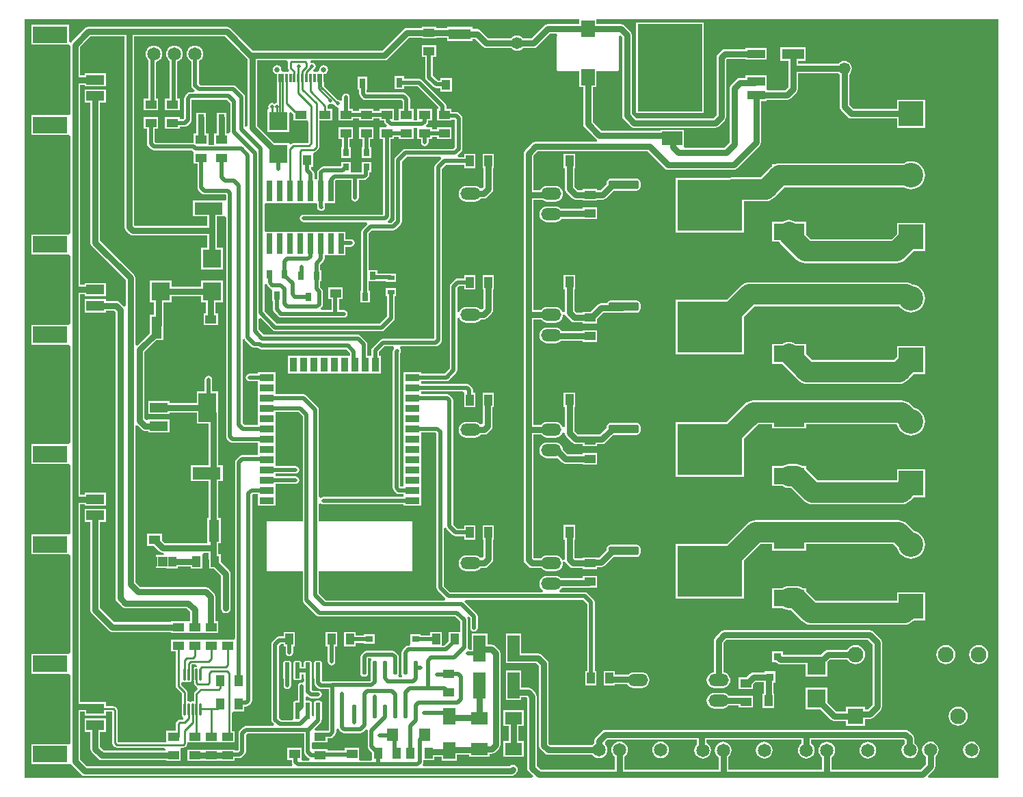
<source format=gtl>
G04*
G04 #@! TF.GenerationSoftware,Altium Limited,Altium Designer,19.0.10 (269)*
G04*
G04 Layer_Physical_Order=1*
G04 Layer_Color=255*
%FSTAX24Y24*%
%MOIN*%
G70*
G01*
G75*
%ADD14C,0.0200*%
%ADD18C,0.0100*%
%ADD26R,0.0315X0.0354*%
%ADD27R,0.0550X0.0394*%
%ADD28R,0.0394X0.0550*%
%ADD29R,0.0550X0.0433*%
G04:AMPARAMS|DCode=30|XSize=77.6mil|YSize=23.2mil|CornerRadius=2.9mil|HoleSize=0mil|Usage=FLASHONLY|Rotation=270.000|XOffset=0mil|YOffset=0mil|HoleType=Round|Shape=RoundedRectangle|*
%AMROUNDEDRECTD30*
21,1,0.0776,0.0174,0,0,270.0*
21,1,0.0718,0.0232,0,0,270.0*
1,1,0.0058,-0.0087,-0.0359*
1,1,0.0058,-0.0087,0.0359*
1,1,0.0058,0.0087,0.0359*
1,1,0.0058,0.0087,-0.0359*
%
%ADD30ROUNDEDRECTD30*%
%ADD31O,0.0217X0.0709*%
%ADD32R,0.0354X0.0315*%
%ADD33R,0.0591X0.1260*%
%ADD34R,0.0539X0.0638*%
%ADD35R,0.0835X0.0591*%
%ADD36R,0.0591X0.0835*%
%ADD37R,0.0413X0.0512*%
%ADD38R,0.0882X0.1417*%
%ADD39R,0.0882X0.0480*%
G04:AMPARAMS|DCode=40|XSize=57.9mil|YSize=11mil|CornerRadius=1.4mil|HoleSize=0mil|Usage=FLASHONLY|Rotation=270.000|XOffset=0mil|YOffset=0mil|HoleType=Round|Shape=RoundedRectangle|*
%AMROUNDEDRECTD40*
21,1,0.0579,0.0083,0,0,270.0*
21,1,0.0551,0.0110,0,0,270.0*
1,1,0.0028,-0.0041,-0.0276*
1,1,0.0028,-0.0041,0.0276*
1,1,0.0028,0.0041,0.0276*
1,1,0.0028,0.0041,-0.0276*
%
%ADD40ROUNDEDRECTD40*%
%ADD41R,0.0906X0.0900*%
%ADD42R,0.1378X0.0630*%
%ADD43R,0.0512X0.1063*%
%ADD44R,0.0890X0.0490*%
%ADD45R,0.1670X0.0810*%
%ADD46R,0.1457X0.1457*%
%ADD47R,0.0354X0.0709*%
%ADD48R,0.0709X0.0354*%
%ADD49O,0.0984X0.0591*%
%ADD50R,0.0354X0.0374*%
%ADD51R,0.0250X0.0984*%
%ADD52O,0.0250X0.0984*%
%ADD53R,0.0118X0.0449*%
%ADD54R,0.0315X0.0472*%
%ADD55R,0.1500X0.0800*%
G04:AMPARAMS|DCode=56|XSize=41.7mil|YSize=148.8mil|CornerRadius=11.1mil|HoleSize=0mil|Usage=FLASHONLY|Rotation=270.000|XOffset=0mil|YOffset=0mil|HoleType=Round|Shape=RoundedRectangle|*
%AMROUNDEDRECTD56*
21,1,0.0417,0.1267,0,0,270.0*
21,1,0.0196,0.1488,0,0,270.0*
1,1,0.0221,-0.0634,-0.0098*
1,1,0.0221,-0.0634,0.0098*
1,1,0.0221,0.0634,0.0098*
1,1,0.0221,0.0634,-0.0098*
%
%ADD56ROUNDEDRECTD56*%
%ADD57R,0.0354X0.0236*%
%ADD58R,0.0315X0.0394*%
%ADD59R,0.0850X0.0421*%
%ADD60R,0.3150X0.4252*%
%ADD61R,0.0669X0.0787*%
%ADD62R,0.1063X0.0512*%
%ADD63R,0.0984X0.0669*%
%ADD111R,0.3150X0.2516*%
%ADD112C,0.0300*%
%ADD113C,0.1000*%
%ADD114R,0.1200X0.1200*%
%ADD115C,0.1200*%
%ADD116R,0.0472X0.0472*%
%ADD117C,0.0650*%
%ADD118C,0.0768*%
%ADD119R,0.0768X0.0768*%
%ADD120C,0.0256*%
%ADD121O,0.0394X0.0787*%
%ADD122O,0.0354X0.0709*%
%ADD123C,0.0551*%
%ADD124C,0.0579*%
%ADD125C,0.0200*%
G36*
X068667Y050233D02*
X065256D01*
X065214Y050333D01*
X065516Y050634D01*
X065516Y050634D01*
X065567Y05071D01*
X065585Y0508D01*
Y05127D01*
X065639Y051311D01*
X065704Y051396D01*
X065744Y051494D01*
X065758Y0516D01*
X065744Y051706D01*
X065704Y051804D01*
X065639Y051889D01*
X065554Y051954D01*
X065456Y051994D01*
X06535Y052008D01*
X065244Y051994D01*
X065146Y051954D01*
X065061Y051889D01*
X064996Y051804D01*
X064956Y051706D01*
X064942Y0516D01*
X064956Y051494D01*
X064996Y051396D01*
X065061Y051311D01*
X065115Y05127D01*
Y050897D01*
X064853Y050635D01*
X060535D01*
Y051256D01*
X060589Y051298D01*
X060654Y051382D01*
X060694Y051481D01*
X060708Y051586D01*
X060694Y051692D01*
X060654Y05179D01*
X060589Y051875D01*
X060504Y05194D01*
X060406Y051981D01*
X0603Y051995D01*
X060194Y051981D01*
X060096Y05194D01*
X060011Y051875D01*
X059946Y05179D01*
X059906Y051692D01*
X059892Y051586D01*
X059906Y051481D01*
X059946Y051382D01*
X060011Y051298D01*
X060065Y051256D01*
Y050635D01*
X055485D01*
Y051256D01*
X055539Y051298D01*
X055604Y051382D01*
X055644Y051481D01*
X055658Y051586D01*
X055644Y051692D01*
X055604Y05179D01*
X055539Y051875D01*
X055454Y05194D01*
X055356Y051981D01*
X05525Y051995D01*
X055144Y051981D01*
X055046Y05194D01*
X054961Y051875D01*
X054896Y05179D01*
X054856Y051692D01*
X054842Y051586D01*
X054856Y051481D01*
X054896Y051382D01*
X054961Y051298D01*
X055015Y051256D01*
Y050635D01*
X050435D01*
Y05127D01*
X050489Y051311D01*
X050554Y051396D01*
X050594Y051494D01*
X050608Y0516D01*
X050594Y051706D01*
X050554Y051804D01*
X050489Y051889D01*
X050404Y051954D01*
X050306Y051994D01*
X0502Y052008D01*
X050094Y051994D01*
X049996Y051954D01*
X049911Y051889D01*
X049846Y051804D01*
X049806Y051706D01*
X049792Y0516D01*
X049806Y051494D01*
X049846Y051396D01*
X049911Y051311D01*
X049965Y05127D01*
Y050635D01*
X046347D01*
X04616Y050821D01*
Y054224D01*
X046142Y054314D01*
X046092Y05439D01*
X045916Y054566D01*
X04584Y054617D01*
X04575Y054635D01*
X045402D01*
Y05546D01*
X044651D01*
Y05404D01*
X045402D01*
Y054166D01*
X045653D01*
X045691Y054127D01*
Y050724D01*
X045709Y050635D01*
X04576Y050558D01*
X045986Y050333D01*
X045944Y050233D01*
X021183D01*
Y087217D01*
X048141D01*
X048235Y087205D01*
X048235Y087117D01*
Y086966D01*
X046694D01*
X046604Y086948D01*
X046528Y086897D01*
X045904Y086273D01*
X045486D01*
X045463Y086302D01*
X045386Y086362D01*
X045296Y086399D01*
X0452Y086412D01*
X045104Y086399D01*
X045014Y086362D01*
X044937Y086302D01*
X044914Y086273D01*
X043808D01*
X043425Y086657D01*
X043349Y086708D01*
X043259Y086725D01*
X043016D01*
Y086827D01*
X041793D01*
Y086784D01*
X041259D01*
Y086827D01*
X040549D01*
Y086784D01*
X039843D01*
X039843Y086784D01*
X039754Y086767D01*
X039677Y086716D01*
X038634Y085672D01*
X032309D01*
X031216Y086766D01*
X03114Y086817D01*
X03105Y086835D01*
X024293D01*
X024204Y086817D01*
X024127Y086766D01*
X023484Y086123D01*
X02346Y086087D01*
X02336Y086117D01*
Y08694D01*
X02153D01*
Y08597D01*
X023319D01*
X023365Y085964D01*
X023415Y085893D01*
Y08415D01*
Y082607D01*
X02336Y08253D01*
X023315Y08253D01*
X02153D01*
Y08156D01*
X023315D01*
X02336Y08156D01*
X023415Y081483D01*
Y0768D01*
X02336Y076723D01*
X023315Y076723D01*
X02153D01*
Y075753D01*
X023315D01*
X02336Y075753D01*
X023415Y075676D01*
Y073952D01*
Y072391D01*
X023315Y072314D01*
X02153D01*
Y071344D01*
X023315D01*
X02336Y071344D01*
X023415Y071266D01*
X023415Y066583D01*
X023315Y066506D01*
X02153D01*
Y065536D01*
X023315D01*
X02336Y065536D01*
X023415Y065459D01*
Y0638D01*
Y062174D01*
X02336Y062097D01*
X023315Y062097D01*
X02153D01*
Y061127D01*
X023315D01*
X02336Y061127D01*
X023415Y06105D01*
Y056367D01*
X02336Y05629D01*
X023315Y05629D01*
X02153D01*
Y05532D01*
X023315D01*
X02336Y05532D01*
X023415Y055243D01*
Y053695D01*
Y051957D01*
X02336Y05188D01*
X023315Y05188D01*
X02153D01*
Y05091D01*
X023349D01*
X02336Y05091D01*
X02346Y05092D01*
X023484Y050884D01*
X023964Y050404D01*
X023964Y050404D01*
X02404Y050353D01*
X02413Y050335D01*
X02413Y050335D01*
X04492D01*
X04501Y050353D01*
X045086Y050404D01*
X045166Y050484D01*
X045217Y05056D01*
X045235Y05065D01*
X045217Y05074D01*
X045166Y050816D01*
X04509Y050867D01*
X045Y050885D01*
X04491Y050867D01*
X044834Y050816D01*
X044823Y050805D01*
X040622D01*
X040591Y050905D01*
X04062Y050947D01*
X040634Y051017D01*
Y051095D01*
X041164D01*
Y051274D01*
X041525D01*
Y05107D01*
X042275D01*
Y051374D01*
X04287D01*
Y051275D01*
X043865D01*
Y051415D01*
X04395D01*
X04404Y051433D01*
X044116Y051484D01*
X044316Y051684D01*
X044367Y05176D01*
X044385Y05185D01*
X044385Y05185D01*
Y056324D01*
X044367Y056414D01*
X044316Y05649D01*
X04414Y056666D01*
X044064Y056717D01*
X043974Y056735D01*
X043748D01*
Y05726D01*
X042998D01*
Y056484D01*
X042872D01*
X042857Y056491D01*
X042797Y056582D01*
X042801Y056599D01*
Y057933D01*
X042787Y058003D01*
X042768Y058031D01*
X042846Y058095D01*
X042916Y058024D01*
Y05755D01*
X04293Y05748D01*
X04297Y05742D01*
X04303Y05738D01*
X0431Y057366D01*
X04317Y05738D01*
X04323Y05742D01*
X04327Y05748D01*
X043284Y05755D01*
Y0581D01*
X04327Y05817D01*
X04323Y05823D01*
X042643Y058816D01*
X042653Y05887D01*
X04268Y058916D01*
X048424D01*
X048616Y058724D01*
Y055455D01*
X048523D01*
Y054745D01*
X049077D01*
Y055455D01*
X048984D01*
Y0588D01*
X04897Y05887D01*
X04893Y05893D01*
X04863Y05923D01*
X04857Y05927D01*
X0485Y059284D01*
X047297D01*
X047276Y059328D01*
X047269Y059384D01*
X047333Y059432D01*
X047393Y059511D01*
X047396Y059519D01*
X048703D01*
X048726Y059523D01*
X049105D01*
Y060077D01*
X048395D01*
Y059988D01*
X047307D01*
X047255Y060028D01*
X047163Y060066D01*
X047065Y060079D01*
X046672D01*
X046574Y060066D01*
X046482Y060028D01*
X046404Y059968D01*
X046344Y059889D01*
X046306Y059798D01*
X046293Y0597D01*
X046306Y059602D01*
X046344Y059511D01*
X046404Y059432D01*
X046468Y059384D01*
X046461Y059328D01*
X04644Y059284D01*
X041926D01*
X041634Y059576D01*
Y062392D01*
X041726Y062427D01*
X041734Y062425D01*
X04177Y06237D01*
X04207Y06207D01*
X04213Y06203D01*
X0422Y062016D01*
X042623D01*
Y061845D01*
X043177D01*
Y062555D01*
X042623D01*
Y062384D01*
X042276D01*
X042084Y062576D01*
Y06865D01*
X04207Y06872D01*
X04203Y06878D01*
X04193Y06888D01*
X04187Y06892D01*
X0418Y068934D01*
X040521D01*
Y069066D01*
X042549D01*
X042623Y069005D01*
Y068295D01*
X043177D01*
Y069005D01*
X043051D01*
Y069133D01*
X043037Y069203D01*
X042997Y069263D01*
X04288Y06938D01*
X04282Y06942D01*
X04275Y069434D01*
X040521D01*
Y069566D01*
X04175D01*
X04182Y06958D01*
X04188Y06962D01*
X04223Y06997D01*
X04227Y07003D01*
X042284Y0701D01*
Y072647D01*
X042384Y072667D01*
X042407Y072611D01*
X042467Y072532D01*
X042545Y072472D01*
X042637Y072434D01*
X042735Y072421D01*
X043128D01*
X043226Y072434D01*
X043318Y072472D01*
X043396Y072532D01*
X043421Y072565D01*
X04355D01*
X04364Y072583D01*
X043716Y072634D01*
X043966Y072884D01*
X044017Y07296D01*
X044034Y07305D01*
Y074035D01*
X044077D01*
Y074745D01*
X043523D01*
Y074035D01*
X043565D01*
Y073147D01*
X043504Y073085D01*
X043396Y073068D01*
X043318Y073128D01*
X043226Y073166D01*
X043128Y073179D01*
X042735D01*
X042637Y073166D01*
X042545Y073128D01*
X042467Y073068D01*
X042407Y072989D01*
X042384Y072933D01*
X042284Y072953D01*
Y074114D01*
X042376Y074206D01*
X042623D01*
Y074035D01*
X043177D01*
Y074745D01*
X042623D01*
Y074574D01*
X0423D01*
X04223Y07456D01*
X04217Y07452D01*
X04197Y07432D01*
X04193Y07426D01*
X041916Y07419D01*
Y070176D01*
X041674Y069934D01*
X040521D01*
Y070007D01*
X039652D01*
Y069493D01*
Y068993D01*
Y068493D01*
Y067993D01*
Y067493D01*
Y066993D01*
Y066493D01*
Y065993D01*
Y065493D01*
Y064993D01*
Y064434D01*
X039508D01*
X039499Y064443D01*
Y070948D01*
X03952Y07098D01*
X039534Y07105D01*
X03952Y07112D01*
X039489Y071166D01*
X039504Y071221D01*
X03953Y071266D01*
X041233D01*
X041303Y07128D01*
X041363Y07132D01*
X04148Y071437D01*
X04152Y071497D01*
X041534Y071567D01*
Y079924D01*
X041726Y080116D01*
X042623D01*
Y079945D01*
X043177D01*
Y080655D01*
X042623D01*
Y080484D01*
X042344D01*
X042317Y08053D01*
X042307Y080584D01*
X04248Y080757D01*
X04252Y080816D01*
X042534Y080886D01*
Y082383D01*
X04252Y082453D01*
X04248Y082513D01*
X042363Y08263D01*
X042303Y08267D01*
X042233Y082684D01*
X042005D01*
Y082827D01*
X041755D01*
Y082986D01*
X041741Y083057D01*
X041702Y083116D01*
X040568Y08425D01*
X040509Y084289D01*
X040438Y084303D01*
X039687D01*
Y084436D01*
X039213D01*
Y083804D01*
X039687D01*
Y083936D01*
X040362D01*
X041372Y082927D01*
X041349Y082827D01*
X041295D01*
Y082273D01*
X042005D01*
Y082316D01*
X042157D01*
X042166Y082307D01*
Y080962D01*
X042088Y080884D01*
X03975D01*
X03968Y08087D01*
X03962Y08083D01*
X03927Y08048D01*
X03923Y08042D01*
X039216Y08035D01*
Y077426D01*
X039074Y077284D01*
X03893D01*
X038903Y07733D01*
X038893Y077384D01*
X03898Y07747D01*
X03902Y07753D01*
X039034Y0776D01*
Y081373D01*
X039205D01*
Y081466D01*
X039445D01*
Y081373D01*
X040155D01*
Y081916D01*
X040345D01*
Y081373D01*
X040516D01*
Y0812D01*
X04053Y08113D01*
X04057Y08107D01*
X04063Y08103D01*
X0407Y081016D01*
X04077Y08103D01*
X04083Y08107D01*
X04087Y08113D01*
X040884Y0812D01*
Y081373D01*
X041055D01*
Y081466D01*
X041295D01*
Y081373D01*
X042005D01*
Y081927D01*
X041295D01*
Y081834D01*
X041055D01*
Y081927D01*
X040798D01*
X040757Y082027D01*
X040817Y082087D01*
X040857Y082147D01*
X040871Y082217D01*
Y082273D01*
X041055D01*
Y082827D01*
X040345D01*
Y082284D01*
X040155D01*
Y082827D01*
X039984D01*
Y0833D01*
X03997Y08337D01*
X03993Y08343D01*
X03978Y08358D01*
X03972Y08362D01*
X03965Y083634D01*
X037887D01*
X037878Y083643D01*
Y083768D01*
X037887D01*
Y084401D01*
X037413D01*
Y083768D01*
X037511D01*
Y083567D01*
X037525Y083497D01*
X037564Y083437D01*
X037682Y08332D01*
X037741Y08328D01*
X037811Y083266D01*
X039574D01*
X039616Y083224D01*
Y082827D01*
X039445D01*
Y082284D01*
X039205D01*
Y082827D01*
X038495D01*
Y082734D01*
X038205D01*
Y082827D01*
X037495D01*
Y082734D01*
X037205D01*
Y082827D01*
X037034D01*
Y0834D01*
X03702Y08347D01*
X03698Y08353D01*
X03692Y08357D01*
X03685Y083584D01*
X03678Y08357D01*
X03672Y08353D01*
X03668Y08347D01*
X036666Y0834D01*
Y08328D01*
X036621Y083254D01*
X036566Y083239D01*
X03652Y08327D01*
X036455Y083283D01*
X035804Y083934D01*
X035781Y084024D01*
X035781Y084024D01*
X035781D01*
X035781Y084024D01*
Y084539D01*
X035857Y084554D01*
X035926Y0846D01*
X035971Y084669D01*
X035988Y08475D01*
X035971Y084831D01*
X035926Y0849D01*
X035857Y084946D01*
X035776Y084962D01*
X035694Y084946D01*
X035626Y0849D01*
X03558Y084831D01*
X035564Y08475D01*
X035567Y084733D01*
X035492Y084633D01*
X0353D01*
X035273Y084726D01*
X035274Y084733D01*
X03533Y08477D01*
X03537Y08483D01*
X035384Y0849D01*
X03537Y08497D01*
X03533Y08503D01*
X03527Y08507D01*
X0352Y085084D01*
X035162Y085076D01*
X035151Y085075D01*
X035119Y085103D01*
X03512Y085117D01*
X03517Y085203D01*
X038731D01*
X038821Y085221D01*
X038897Y085272D01*
X03994Y086315D01*
X040549D01*
Y086273D01*
X041259D01*
Y086315D01*
X041793D01*
Y086155D01*
X043016D01*
Y086256D01*
X043162D01*
X043545Y085873D01*
X043621Y085822D01*
X043711Y085804D01*
X044914D01*
X044937Y085776D01*
X045014Y085716D01*
X045104Y085679D01*
X0452Y085666D01*
X045296Y085679D01*
X045386Y085716D01*
X045463Y085776D01*
X045486Y085804D01*
X046002D01*
X046091Y085822D01*
X046167Y085873D01*
X046791Y086497D01*
X04713D01*
X047158Y086397D01*
X047155Y086395D01*
X047138Y086369D01*
X047131Y086337D01*
Y084763D01*
X047138Y084731D01*
X047155Y084705D01*
X047182Y084687D01*
X047213Y084681D01*
X048235D01*
Y083895D01*
X048415D01*
Y0821D01*
X048433Y08201D01*
X048484Y081934D01*
X049034Y081384D01*
X049034Y081384D01*
X04911Y081333D01*
X049095Y081235D01*
X0461D01*
X04601Y081217D01*
X045934Y081166D01*
X045584Y080816D01*
X045533Y08074D01*
X045515Y08065D01*
Y078644D01*
Y0728D01*
Y0673D01*
Y060876D01*
X045533Y060786D01*
X045584Y06071D01*
X04576Y060534D01*
X045836Y060483D01*
X045926Y060465D01*
X046379D01*
X046404Y060432D01*
X046482Y060372D01*
X046574Y060334D01*
X046672Y060321D01*
X047065D01*
X047163Y060334D01*
X047255Y060372D01*
X047333Y060432D01*
X047393Y060511D01*
X047431Y060602D01*
X047444Y0607D01*
X047435Y060768D01*
X047533Y060786D01*
X047557Y060751D01*
X047584Y06071D01*
X04776Y060534D01*
X047836Y060483D01*
X047926Y060465D01*
X048395D01*
Y060423D01*
X049105D01*
Y060512D01*
X049303D01*
X049393Y06053D01*
X049469Y060581D01*
X049895Y061008D01*
X051025D01*
X051099Y061022D01*
X051162Y061065D01*
X051204Y061128D01*
X051219Y061202D01*
Y061398D01*
X051204Y061472D01*
X051162Y061535D01*
X051099Y061578D01*
X051025Y061592D01*
X049758D01*
X049683Y061578D01*
X04962Y061535D01*
X049578Y061472D01*
X049564Y061398D01*
Y061339D01*
X049206Y060981D01*
X048797D01*
X048774Y060977D01*
X048395D01*
Y060935D01*
X048023D01*
X047984Y060973D01*
Y061855D01*
X048027D01*
Y062565D01*
X047473D01*
Y061855D01*
X047515D01*
Y060884D01*
X047515Y060876D01*
X047513Y06086D01*
X047411Y060846D01*
X047393Y060889D01*
X047333Y060968D01*
X047255Y061028D01*
X047163Y061066D01*
X047065Y061079D01*
X046672D01*
X046574Y061066D01*
X046482Y061028D01*
X046404Y060968D01*
X046379Y060935D01*
X046023D01*
X045985Y060973D01*
Y066965D01*
X046379D01*
X046404Y066932D01*
X046482Y066872D01*
X046574Y066834D01*
X046672Y066821D01*
X047065D01*
X047163Y066834D01*
X047255Y066872D01*
X047333Y066932D01*
X047393Y067011D01*
X047415Y067065D01*
X047515Y06705D01*
X047533Y06696D01*
X047584Y066884D01*
X047904Y066564D01*
X04798Y066514D01*
X04807Y066496D01*
X048395D01*
Y066406D01*
X049105D01*
Y066496D01*
X049336D01*
X049426Y066514D01*
X049502Y066564D01*
X049895Y066958D01*
X051025D01*
X051099Y066972D01*
X051162Y067015D01*
X051204Y067078D01*
X051219Y067152D01*
Y067348D01*
X051204Y067422D01*
X051162Y067485D01*
X051099Y067528D01*
X051025Y067542D01*
X049758D01*
X049683Y067528D01*
X04962Y067485D01*
X049578Y067422D01*
X049564Y067348D01*
Y067289D01*
X049239Y066965D01*
X048797D01*
X048774Y06696D01*
X048726D01*
X048703Y066965D01*
X048167D01*
X047984Y067147D01*
Y068305D01*
X048027D01*
Y069015D01*
X047473D01*
Y068305D01*
X047515D01*
Y067355D01*
X047415Y067335D01*
X047393Y067389D01*
X047333Y067468D01*
X047255Y067528D01*
X047163Y067566D01*
X047065Y067579D01*
X046672D01*
X046574Y067566D01*
X046482Y067528D01*
X046404Y067468D01*
X046379Y067435D01*
X045985D01*
Y072565D01*
X046379D01*
X046404Y072532D01*
X046482Y072472D01*
X046574Y072434D01*
X046672Y072421D01*
X047065D01*
X047163Y072434D01*
X047255Y072472D01*
X047333Y072532D01*
X047393Y072611D01*
X047431Y072702D01*
X047444Y0728D01*
X047479Y07281D01*
X047543Y072813D01*
X047584Y072751D01*
X047834Y072501D01*
X04791Y07245D01*
X048Y072432D01*
X048395D01*
Y07239D01*
X049105D01*
Y072612D01*
X0494Y072907D01*
X050333D01*
X050337Y072908D01*
X051025D01*
X051099Y072922D01*
X051162Y072965D01*
X051204Y073028D01*
X051219Y073102D01*
Y073298D01*
X051204Y073372D01*
X051162Y073435D01*
X051099Y073478D01*
X051025Y073492D01*
X049758D01*
X049683Y073478D01*
X04962Y073435D01*
X049581Y073376D01*
X049303D01*
X049213Y073358D01*
X049137Y073307D01*
X048773Y072944D01*
X048395D01*
Y072901D01*
X048097D01*
X047984Y073014D01*
Y074045D01*
X048027D01*
Y074755D01*
X047473D01*
Y074045D01*
X047515D01*
Y072955D01*
X047415Y072935D01*
X047393Y072989D01*
X047333Y073068D01*
X047255Y073128D01*
X047163Y073166D01*
X047065Y073179D01*
X046672D01*
X046574Y073166D01*
X046482Y073128D01*
X046404Y073068D01*
X046379Y073035D01*
X045985D01*
Y07841D01*
X046433D01*
X046482Y078372D01*
X046574Y078334D01*
X046672Y078321D01*
X047065D01*
X047163Y078334D01*
X047255Y078372D01*
X047333Y078432D01*
X047393Y078511D01*
X047431Y078602D01*
X047444Y0787D01*
X047431Y078798D01*
X047393Y078889D01*
X047333Y078968D01*
X047255Y079028D01*
X047163Y079066D01*
X047065Y079079D01*
X046672D01*
X046574Y079066D01*
X046482Y079028D01*
X046404Y078968D01*
X046344Y078889D01*
X04634Y078879D01*
X045985D01*
Y080553D01*
X046197Y080765D01*
X051553D01*
X052384Y079934D01*
X05246Y079883D01*
X05255Y079865D01*
X05575D01*
X05584Y079883D01*
X055916Y079934D01*
X057016Y081035D01*
X057067Y081111D01*
X057085Y0812D01*
X057085Y0812D01*
Y083221D01*
X057356D01*
Y083277D01*
X058361D01*
X058451Y083295D01*
X058527Y083346D01*
X058816Y083634D01*
X058816Y083634D01*
X058867Y08371D01*
X058885Y0838D01*
X058885Y0838D01*
Y084565D01*
X060864D01*
X060887Y084537D01*
X060915Y084514D01*
Y08295D01*
X060933Y08286D01*
X060984Y082784D01*
X061334Y082434D01*
X06141Y082383D01*
X0615Y082365D01*
X06372D01*
Y08192D01*
X06508D01*
Y08328D01*
X06372D01*
Y082835D01*
X061597D01*
X061385Y083047D01*
Y084514D01*
X061413Y084537D01*
X061473Y084614D01*
X06151Y084704D01*
X061523Y0848D01*
X06151Y084896D01*
X061473Y084986D01*
X061413Y085063D01*
X061336Y085123D01*
X061246Y08516D01*
X06115Y085173D01*
X061054Y08516D01*
X060964Y085123D01*
X060887Y085063D01*
X060864Y085035D01*
X058885D01*
Y085173D01*
X059262D01*
Y085845D01*
X058039D01*
Y085173D01*
X058416D01*
Y08475D01*
Y083897D01*
X058264Y083746D01*
X057437D01*
X057356Y083802D01*
Y08389D01*
X057356Y083902D01*
Y084471D01*
X056345D01*
Y084355D01*
X05607D01*
X05598Y084337D01*
X055904Y084286D01*
X055634Y084016D01*
X055583Y08394D01*
X055565Y08385D01*
Y081197D01*
X055303Y080935D01*
X053414D01*
X053335Y080985D01*
Y081815D01*
X05219D01*
Y081785D01*
X049297D01*
X048885Y082197D01*
Y083895D01*
X049065D01*
Y084681D01*
X050087D01*
X050118Y084687D01*
X050145Y084705D01*
X050162Y084731D01*
X050169Y084763D01*
Y086337D01*
X050162Y086369D01*
X050161Y086371D01*
X050239Y086434D01*
X050315Y086358D01*
Y0825D01*
X050333Y08241D01*
X050384Y082334D01*
X050734Y081984D01*
X05081Y081933D01*
X0509Y081915D01*
X05485D01*
X05494Y081933D01*
X055016Y081984D01*
X055316Y082284D01*
X055367Y08236D01*
X055385Y08245D01*
Y085246D01*
X055423Y085285D01*
X056345D01*
Y085229D01*
X057356D01*
Y08581D01*
X056345D01*
Y085754D01*
X055326D01*
X055236Y085736D01*
X05516Y085685D01*
X054984Y085509D01*
X054933Y085433D01*
X054915Y085344D01*
Y082547D01*
X054753Y082385D01*
X050997D01*
X050785Y082597D01*
Y086455D01*
X050767Y086544D01*
X050716Y086621D01*
X050439Y086897D01*
X050363Y086948D01*
X050274Y086966D01*
X049065D01*
X049065Y087205D01*
X049159Y087217D01*
X068667D01*
Y050233D01*
D02*
G37*
G36*
X033957Y085195D02*
X034018Y085103D01*
X034017Y0851D01*
Y08485D01*
X034028Y084799D01*
X034056Y084756D01*
X034087Y084726D01*
X034049Y084633D01*
X033783D01*
X033709Y084733D01*
X033712Y08475D01*
X033696Y084831D01*
X03365Y0849D01*
X033581Y084946D01*
X0335Y084962D01*
X033419Y084946D01*
X03335Y0849D01*
X033304Y084831D01*
X033288Y08475D01*
X033304Y084669D01*
X03335Y0846D01*
X033419Y084554D01*
X033495Y084539D01*
Y084024D01*
X033501D01*
Y083143D01*
X033489Y083134D01*
X033419Y08312D01*
X03337Y083087D01*
X03332Y08312D01*
X03325Y083134D01*
X03318Y08312D01*
X03312Y08308D01*
X03308Y08302D01*
X033066Y08295D01*
X03308Y08288D01*
X033027Y08278D01*
X033017D01*
Y08172D01*
X034083D01*
Y082649D01*
X034175Y082687D01*
X034259Y082603D01*
X034295Y082579D01*
Y082273D01*
X035005D01*
X035026Y082182D01*
Y081213D01*
X034995Y081183D01*
X034309D01*
X034258Y081172D01*
X034215Y081144D01*
X034175Y081104D01*
X034083Y081142D01*
Y08118D01*
X033349D01*
X032535Y081994D01*
Y085203D01*
X033944D01*
X033957Y085195D01*
D02*
G37*
G36*
X026065Y077076D02*
X026083Y076986D01*
X026134Y07691D01*
X02631Y076734D01*
X026386Y076683D01*
X026476Y076665D01*
X030091D01*
Y076069D01*
X029792D01*
Y075009D01*
X030858D01*
Y076069D01*
X03056D01*
Y07695D01*
X03056Y07695D01*
X03056Y07695D01*
Y077594D01*
X030946D01*
X031016Y077523D01*
Y066867D01*
X03103Y066797D01*
X03107Y066737D01*
X031187Y06662D01*
X031247Y06658D01*
X031317Y066566D01*
X032566D01*
Y065967D01*
X0318D01*
X03173Y065953D01*
X03167Y065913D01*
X031502Y065745D01*
X031462Y065685D01*
X031448Y065615D01*
Y057063D01*
X031436Y056967D01*
X030726D01*
Y056967D01*
X030636D01*
Y056967D01*
X029926D01*
Y056967D01*
X029836Y056967D01*
Y056967D01*
X029126D01*
Y056967D01*
X029036Y056967D01*
Y056967D01*
X028326D01*
Y056414D01*
X028549D01*
Y054719D01*
X028559Y054668D01*
X028588Y054625D01*
X028855Y054357D01*
Y053888D01*
X028851Y053866D01*
Y053315D01*
X028858Y053278D01*
X028879Y053247D01*
X028889Y05324D01*
X028918Y053155D01*
X028921Y053122D01*
X028891Y053083D01*
X02875D01*
X028699Y053072D01*
X028656Y053044D01*
X028588Y052975D01*
X028559Y052932D01*
X028549Y052881D01*
Y052527D01*
X028095D01*
Y051983D01*
X025755D01*
X025733Y052005D01*
Y053522D01*
X025722Y053572D01*
X025694Y053615D01*
X025615Y053694D01*
X025572Y053722D01*
X025522Y053733D01*
X025167D01*
Y053925D01*
X02457D01*
X024547Y05393D01*
X023885D01*
Y063582D01*
X024117D01*
Y063492D01*
X025167D01*
Y064142D01*
X024117D01*
Y064051D01*
X023885D01*
X023884Y073799D01*
X024117D01*
Y073708D01*
X025167D01*
Y074358D01*
X024117D01*
Y074268D01*
X023884D01*
Y084015D01*
X024117D01*
Y083925D01*
X025167D01*
Y084575D01*
X024117D01*
Y084485D01*
X023884D01*
Y08586D01*
X02439Y086365D01*
X026065D01*
Y077076D01*
D02*
G37*
G36*
X03628Y083033D02*
X03628Y08303D01*
X03632Y08297D01*
X03638Y08293D01*
X03645Y082916D01*
X036491Y082885D01*
X036495Y082823D01*
Y082273D01*
X037205D01*
Y082366D01*
X037495D01*
Y082273D01*
X038205D01*
Y082366D01*
X038495D01*
Y082273D01*
X03872D01*
Y082247D01*
X038734Y082177D01*
X038773Y082117D01*
X038864Y082027D01*
X038822Y081927D01*
X038495D01*
Y081373D01*
X038666D01*
Y077684D01*
X034791D01*
X034721Y07767D01*
X034662Y07763D01*
X034622Y07757D01*
X034608Y0775D01*
X034622Y07743D01*
X034662Y07737D01*
X034721Y07733D01*
X034791Y077316D01*
X03787D01*
X037897Y07727D01*
X037907Y077216D01*
X037664Y076974D01*
X037625Y076914D01*
X037611Y076844D01*
Y073965D01*
X037563D01*
Y073411D01*
X038037D01*
Y073965D01*
X037978D01*
Y074435D01*
X038412D01*
Y074449D01*
X038793D01*
Y074417D01*
X039307D01*
Y074813D01*
X03905D01*
X039032Y074817D01*
X038412D01*
Y074989D01*
X037978D01*
Y076768D01*
X038126Y076916D01*
X03915D01*
X03922Y07693D01*
X03928Y07697D01*
X03953Y07722D01*
X03957Y07728D01*
X039584Y07735D01*
Y080274D01*
X039826Y080516D01*
X04147D01*
X041497Y08047D01*
X041507Y080416D01*
X04122Y08013D01*
X04118Y08007D01*
X041166Y08D01*
Y071643D01*
X041157Y071634D01*
X03865D01*
X03858Y07162D01*
X03852Y07158D01*
X038162Y071221D01*
X038122Y071162D01*
X038108Y071091D01*
Y070795D01*
X037898D01*
Y071386D01*
X037884Y071456D01*
X037844Y071516D01*
X037576Y071783D01*
X037517Y071823D01*
X037446Y071837D01*
X032851D01*
X032604Y072085D01*
Y072606D01*
X032696Y072645D01*
X03328Y07206D01*
X03334Y07202D01*
X03341Y072006D01*
X03859D01*
X03866Y07202D01*
X03872Y07206D01*
X03918Y07252D01*
X03922Y07258D01*
X039234Y07265D01*
Y073702D01*
X039307D01*
Y074098D01*
X038793D01*
Y073702D01*
X038866D01*
Y072726D01*
X038514Y072374D01*
X033486D01*
X032884Y072976D01*
Y074259D01*
X032976Y074294D01*
X032984Y074292D01*
X03302Y074237D01*
X033137Y07412D01*
X033186Y074088D01*
X033252Y074015D01*
Y073461D01*
X033306D01*
Y073061D01*
X03332Y07299D01*
X03336Y072931D01*
X03357Y07272D01*
X03363Y07268D01*
X0337Y072666D01*
X03675D01*
X03682Y07268D01*
X03688Y07272D01*
X03692Y07278D01*
X036934Y07285D01*
X03692Y07292D01*
X03688Y07298D01*
X03682Y07302D01*
X03675Y073034D01*
X036527D01*
Y07356D01*
X036705D01*
Y074153D01*
X035995D01*
Y07356D01*
X03616D01*
Y073034D01*
X035667D01*
X035626Y073134D01*
X03568Y073187D01*
X03572Y073247D01*
X035734Y073317D01*
Y073927D01*
X03572Y073997D01*
X03568Y074057D01*
X035598Y074139D01*
Y074435D01*
X035652D01*
Y074989D01*
X035598D01*
Y075238D01*
X03577Y07541D01*
X03581Y07547D01*
X035824Y07554D01*
Y075677D01*
X035845Y075698D01*
X035935D01*
X035945Y075698D01*
X036335D01*
X036345Y075698D01*
X036435D01*
X036445Y075698D01*
X036845D01*
Y076116D01*
X0371D01*
X03717Y07613D01*
X03723Y07617D01*
X03727Y07623D01*
X037284Y0763D01*
X03727Y07637D01*
X03723Y07643D01*
X03717Y07647D01*
X0371Y076484D01*
X036845D01*
Y076843D01*
X036445D01*
X036435Y076843D01*
X036345D01*
X036335Y076843D01*
X035945D01*
X035935Y076843D01*
X035845D01*
X035835Y076843D01*
X035435D01*
Y076843D01*
X035345D01*
Y076843D01*
X034945D01*
X034935Y076843D01*
Y076843D01*
X034845D01*
Y076843D01*
X034435D01*
Y076843D01*
X034345D01*
Y076843D01*
X033945D01*
X033935Y076843D01*
X033845D01*
X033835Y076843D01*
X033445D01*
X033435Y076843D01*
X033345D01*
X033335Y076843D01*
X032984D01*
X032935Y076843D01*
X032884Y076921D01*
Y078179D01*
X032935Y078257D01*
X032984Y078257D01*
X033335D01*
X033345Y078257D01*
X033435D01*
X033445Y078257D01*
X033835D01*
X033845Y078257D01*
X033935D01*
X033945Y078257D01*
X034345D01*
Y078257D01*
X034435D01*
Y078257D01*
X034845D01*
Y078257D01*
X034935D01*
Y078257D01*
X035335D01*
X035345Y078257D01*
X035435D01*
X035457Y078162D01*
Y07806D01*
X035471Y07799D01*
X03551Y07793D01*
X03552Y07792D01*
X03558Y07788D01*
X03565Y077866D01*
X03572Y07788D01*
X03578Y07792D01*
X03582Y07798D01*
X035834Y07805D01*
X035824Y078099D01*
Y078166D01*
X035845Y078257D01*
X035935D01*
Y078257D01*
X036345D01*
Y079336D01*
X036376Y079366D01*
X037116D01*
Y0785D01*
X03713Y07843D01*
X03717Y07837D01*
X03723Y07833D01*
X0373Y078316D01*
X03737Y07833D01*
X03743Y07837D01*
X03747Y07843D01*
X037484Y0785D01*
Y079366D01*
X037741D01*
X037812Y07938D01*
X037871Y07942D01*
X037943Y079492D01*
X037983Y079551D01*
X037997Y079622D01*
Y079738D01*
X038087D01*
Y080253D01*
X037613D01*
Y079738D01*
X037515Y079734D01*
X037185D01*
X037087Y079738D01*
Y080253D01*
X036613D01*
Y080029D01*
X035757D01*
X035687Y080015D01*
X035628Y079975D01*
X03551Y079858D01*
X035471Y079799D01*
X035457Y079728D01*
Y079423D01*
X03544Y079406D01*
X035342Y079417D01*
X035324Y079497D01*
Y079678D01*
X03531Y079749D01*
X03527Y079808D01*
X035164Y079914D01*
X035174Y080014D01*
X03526D01*
Y080686D01*
X035342Y080728D01*
X035385Y080756D01*
X035508Y080879D01*
X035537Y080922D01*
X035547Y080973D01*
Y082273D01*
X036194D01*
Y082827D01*
X035971D01*
Y082991D01*
X035969Y083001D01*
X035993Y083032D01*
X036049Y083077D01*
X0361Y083066D01*
X03617Y08308D01*
X03617Y083081D01*
X03628Y083033D01*
D02*
G37*
G36*
X032065Y085253D02*
Y082018D01*
X031965Y081964D01*
X031934Y081986D01*
Y083411D01*
X03192Y083481D01*
X03188Y08354D01*
X03149Y08393D01*
X031431Y08397D01*
X031361Y083984D01*
X029763D01*
X029684Y084063D01*
Y085152D01*
X029704Y08516D01*
X029789Y085225D01*
X029854Y08531D01*
X029894Y085408D01*
X029908Y085514D01*
X029894Y085619D01*
X029854Y085718D01*
X029789Y085802D01*
X029704Y085867D01*
X029606Y085908D01*
X0295Y085922D01*
X029394Y085908D01*
X029296Y085867D01*
X029211Y085802D01*
X029146Y085718D01*
X029106Y085619D01*
X029092Y085514D01*
X029106Y085408D01*
X029146Y08531D01*
X029211Y085225D01*
X029296Y08516D01*
X029316Y085152D01*
Y083987D01*
X02933Y083916D01*
X02937Y083857D01*
X029481Y083746D01*
X029439Y083646D01*
X029273D01*
X029203Y083632D01*
X029143Y083592D01*
X029026Y083475D01*
X028987Y083416D01*
X028973Y083345D01*
Y082382D01*
X028924Y082334D01*
X028755D01*
Y082427D01*
X028045D01*
Y081873D01*
X028755D01*
Y081966D01*
X029D01*
X02907Y08198D01*
X02913Y08202D01*
X029286Y082176D01*
X029326Y082236D01*
X02934Y082306D01*
Y083269D01*
X029349Y083279D01*
X031061D01*
X031216Y083124D01*
Y081701D01*
X031213Y081697D01*
X031135Y081631D01*
X031035Y081645D01*
Y082139D01*
X031037D01*
Y082653D01*
X030563D01*
Y082139D01*
X030565D01*
Y081627D01*
X030445D01*
Y081084D01*
X030155D01*
Y081627D01*
X030035D01*
Y082139D01*
X030037D01*
Y082653D01*
X029563D01*
Y082139D01*
X029565D01*
Y081627D01*
X029445D01*
Y081201D01*
X029424Y081184D01*
X027576D01*
X027532Y081228D01*
Y081873D01*
X027703D01*
Y082427D01*
X026993D01*
Y081873D01*
X027165D01*
Y081152D01*
X027178Y081082D01*
X027218Y081022D01*
X02737Y08087D01*
X02743Y08083D01*
X0275Y080816D01*
X029348D01*
X029394Y08077D01*
X029445Y080727D01*
Y080173D01*
X029616D01*
Y079D01*
X02963Y07893D01*
X02967Y07887D01*
X02982Y07872D01*
X02988Y07868D01*
X02995Y078666D01*
X031007D01*
X031016Y078657D01*
Y078455D01*
X030946Y078384D01*
X029408D01*
Y077594D01*
X030091D01*
Y077135D01*
X026573D01*
X026535Y077173D01*
Y086365D01*
X030953D01*
X032065Y085253D01*
D02*
G37*
G36*
X03475Y067881D02*
Y062738D01*
X033D01*
X033Y062738D01*
Y060301D01*
X03475Y060301D01*
Y058917D01*
X034764Y058847D01*
X034803Y058787D01*
X035439Y058152D01*
X035498Y058112D01*
X035568Y058098D01*
X042192D01*
X042434Y057857D01*
Y057452D01*
X042427Y057355D01*
X041873D01*
Y056905D01*
X041652Y056684D01*
X041527D01*
Y057355D01*
X040973D01*
Y057184D01*
X040511D01*
Y057237D01*
X039997D01*
Y056763D01*
X039946Y056684D01*
X0399D01*
X03983Y05667D01*
X03977Y05663D01*
X03962Y05648D01*
X03958Y05642D01*
X039566Y05635D01*
Y055887D01*
X039558Y055844D01*
Y055352D01*
X039573Y055279D01*
X039603Y055234D01*
X039584Y055171D01*
X039559Y055134D01*
X039441D01*
X039416Y055171D01*
X039397Y055234D01*
X039427Y055279D01*
X039442Y055352D01*
Y055844D01*
X03943Y055903D01*
Y056133D01*
X039416Y056203D01*
X039377Y056263D01*
X039259Y05638D01*
X0392Y05642D01*
X03913Y056434D01*
X037867D01*
X037797Y05642D01*
X037737Y05638D01*
X03762Y056263D01*
X03758Y056203D01*
X037566Y056133D01*
Y055887D01*
X037558Y055844D01*
Y055352D01*
X037573Y055279D01*
X037614Y055217D01*
X037677Y055175D01*
X03775Y05516D01*
X037823Y055175D01*
X037886Y055217D01*
X037927Y055279D01*
X037942Y055352D01*
Y055844D01*
X037934Y055887D01*
Y056057D01*
X037943Y056066D01*
X038063D01*
X038089Y056022D01*
X038105Y055966D01*
X038073Y055918D01*
X038058Y055844D01*
Y055352D01*
X038066Y05531D01*
Y054976D01*
X038034Y054944D01*
X03621D01*
X03616Y054934D01*
X035693D01*
X035684Y054943D01*
Y05506D01*
X03569Y055069D01*
X035698Y055112D01*
Y055829D01*
X03569Y055872D01*
X035666Y055908D01*
X03563Y055932D01*
X035587Y05594D01*
X035413D01*
X03537Y055932D01*
X035334Y055908D01*
X03531Y055872D01*
X035302Y055829D01*
Y055112D01*
X03531Y055069D01*
X035316Y05506D01*
Y054867D01*
X03533Y054797D01*
X03537Y054737D01*
X035487Y05462D01*
X035547Y05458D01*
X035617Y054566D01*
X036016D01*
Y05254D01*
X036007Y05253D01*
X035697D01*
X035679Y052527D01*
X035357D01*
X035315Y052627D01*
X035614Y052925D01*
X035653Y052985D01*
X035667Y053055D01*
Y053087D01*
X03569Y05312D01*
X035698Y053163D01*
Y05388D01*
X03569Y053923D01*
X035666Y053959D01*
X03563Y053983D01*
X035587Y053992D01*
X035413D01*
X03537Y053983D01*
X035334Y053959D01*
X03531Y053923D01*
X035302Y05388D01*
Y053513D01*
X0353Y053506D01*
Y053228D01*
X035298Y053226D01*
X035198Y053272D01*
Y05388D01*
X03519Y053923D01*
X035166Y053959D01*
X03513Y053983D01*
X035087Y053992D01*
X034913D01*
X034884Y054016D01*
Y054176D01*
X034976Y054215D01*
X03502Y05417D01*
X03508Y05413D01*
X03515Y054116D01*
X0355D01*
X03557Y05413D01*
X03563Y05417D01*
X03567Y05423D01*
X035684Y0543D01*
X03567Y05437D01*
X03563Y05443D01*
X03557Y05447D01*
X0355Y054484D01*
X035226D01*
X035184Y054526D01*
Y05506D01*
X03519Y055069D01*
X035198Y055112D01*
Y055829D01*
X03519Y055872D01*
X035166Y055908D01*
X03513Y055932D01*
X035087Y05594D01*
X034913D01*
X03487Y055932D01*
X034834Y055908D01*
X03481Y055872D01*
X034802Y055829D01*
Y055654D01*
X034698D01*
Y055829D01*
X03469Y055872D01*
X034666Y055908D01*
X03463Y055932D01*
X034587Y05594D01*
X034413D01*
X03437Y055932D01*
X034334Y055908D01*
X03431Y055872D01*
X034302Y055829D01*
Y055112D01*
X03431Y055069D01*
X034334Y055033D01*
X03437Y055009D01*
X034413Y055001D01*
X034587D01*
X03463Y055009D01*
X034666Y055033D01*
X03469Y055069D01*
X034698Y055112D01*
Y055287D01*
X034802D01*
Y055112D01*
X03481Y055069D01*
X034816Y05506D01*
Y05495D01*
X034716Y05488D01*
X0347Y054884D01*
X03463Y05487D01*
X03457Y05483D01*
X03453Y05477D01*
X034516Y0547D01*
Y053992D01*
X034413D01*
X03437Y053983D01*
X034334Y053959D01*
X03431Y053923D01*
X034302Y05388D01*
Y053163D01*
X034304Y053154D01*
X034254Y053071D01*
X034234Y053054D01*
X03369D01*
X033584Y05316D01*
Y056674D01*
X033679Y05677D01*
X033823D01*
Y056645D01*
X033916D01*
Y05635D01*
X03393Y05628D01*
X03397Y05622D01*
X03403Y05618D01*
X0341Y056166D01*
X03417Y05618D01*
X03423Y05622D01*
X03427Y05628D01*
X034284Y05635D01*
Y056645D01*
X034377D01*
Y057355D01*
X033823D01*
Y057137D01*
X033603D01*
X033533Y057123D01*
X033473Y057083D01*
X03327Y05688D01*
X03323Y05682D01*
X033216Y05675D01*
Y053084D01*
X03323Y053014D01*
X03327Y052954D01*
X033358Y052866D01*
X03332Y052774D01*
X03199D01*
X03192Y05276D01*
X031861Y05272D01*
X031765Y052625D01*
X031765Y052625D01*
X03167Y05253D01*
X03163Y05247D01*
X031616Y0524D01*
Y0516D01*
X03158Y051563D01*
X031436D01*
Y051617D01*
X030726D01*
Y051617D01*
X030636D01*
Y051617D01*
X029926D01*
Y051617D01*
X029836D01*
Y051617D01*
X029126D01*
Y051064D01*
X029836D01*
Y051064D01*
X029926D01*
Y051064D01*
X030636D01*
Y051064D01*
X030726D01*
Y051064D01*
X031436D01*
Y051196D01*
X031656D01*
X031727Y05121D01*
X031786Y05125D01*
X03193Y051394D01*
X03197Y051453D01*
X031984Y051524D01*
Y052324D01*
X032025Y052365D01*
X032025Y052365D01*
X032066Y052407D01*
X034816D01*
Y051506D01*
X03483Y051436D01*
X03487Y051377D01*
X035027Y05122D01*
X035082Y051184D01*
X035083Y051176D01*
X035048Y051084D01*
X034794D01*
X034705Y05111D01*
Y051703D01*
X033995D01*
Y05111D01*
X034216D01*
Y051017D01*
X03423Y050947D01*
X034259Y050905D01*
X034228Y050805D01*
X024227D01*
X023885Y051147D01*
Y05346D01*
X024117D01*
Y053275D01*
X025167D01*
Y053467D01*
X025467D01*
X025467Y053467D01*
Y05195D01*
X025478Y051899D01*
X025506Y051856D01*
X025606Y051756D01*
X025649Y051728D01*
X0257Y051717D01*
X027991D01*
X028046Y051617D01*
X028022Y051581D01*
X028013Y051575D01*
X025057D01*
X024877Y051755D01*
Y052488D01*
X025167D01*
Y053138D01*
X024117D01*
Y052488D01*
X024408D01*
Y051658D01*
X024425Y051568D01*
X024476Y051492D01*
X024794Y051175D01*
X02487Y051124D01*
X024959Y051106D01*
X028095D01*
Y051073D01*
X028805D01*
Y051617D01*
X028805Y051627D01*
X028828Y051717D01*
X028929D01*
X02898Y051728D01*
X029023Y051756D01*
X029081Y051815D01*
X02911Y051858D01*
X02912Y051909D01*
X029126Y051964D01*
X029836D01*
Y051964D01*
X029926D01*
Y051964D01*
X030636D01*
Y051964D01*
X030726D01*
Y051964D01*
X031436D01*
Y052517D01*
X031283D01*
Y053422D01*
X031355Y05349D01*
X031908D01*
Y053716D01*
X031983D01*
X032053Y05373D01*
X032113Y05377D01*
X03223Y053887D01*
X03227Y053947D01*
X032284Y054017D01*
Y064022D01*
X032328Y064066D01*
X032566D01*
Y063493D01*
X033434D01*
Y063993D01*
Y064566D01*
X0344D01*
X03447Y06458D01*
X03453Y06462D01*
X03457Y06468D01*
X034584Y06475D01*
X03457Y06482D01*
X03453Y06488D01*
X03447Y06492D01*
X0344Y064934D01*
X033434D01*
Y065066D01*
X0344D01*
X0344Y065066D01*
X03447Y06508D01*
X03453Y06512D01*
X03457Y06518D01*
X034584Y06525D01*
X03457Y06532D01*
X03453Y06538D01*
X03453Y06538D01*
X03447Y06542D01*
X0344Y065434D01*
X033434D01*
Y065993D01*
Y066493D01*
Y066993D01*
Y067493D01*
Y068066D01*
X034564D01*
X03475Y067881D01*
D02*
G37*
G36*
X031945Y071581D02*
X03227Y071256D01*
X03233Y071216D01*
X0324Y071202D01*
X032571D01*
X032603Y07117D01*
X032662Y07113D01*
X032733Y071116D01*
X036874D01*
X037052Y070939D01*
Y070795D01*
X034034D01*
Y069926D01*
X038549D01*
Y070795D01*
X038475D01*
Y071015D01*
X038726Y071266D01*
X03917D01*
X039197Y07122D01*
X039207Y071166D01*
X039185Y071145D01*
X039146Y071085D01*
X039132Y071015D01*
Y064367D01*
X039146Y064297D01*
X039185Y064237D01*
X039302Y06412D01*
X039362Y06408D01*
X039432Y064066D01*
X039652D01*
Y063934D01*
X03575D01*
X03575Y063934D01*
X03568Y06392D01*
X035634Y063889D01*
X035579Y063904D01*
X035534Y06393D01*
Y068189D01*
X03552Y068259D01*
X03548Y068318D01*
X034918Y06888D01*
X034859Y06892D01*
X034789Y068934D01*
X033434D01*
Y069493D01*
Y070007D01*
X032566D01*
Y069934D01*
X03215D01*
X03208Y06992D01*
X03202Y06988D01*
X03198Y06982D01*
X031966Y06975D01*
X03198Y06968D01*
X03202Y06962D01*
X03208Y06958D01*
X03215Y069566D01*
X032566D01*
Y068993D01*
Y068493D01*
Y067993D01*
Y067434D01*
X031907D01*
X031815Y067526D01*
Y07161D01*
X031857Y071624D01*
X031915Y071626D01*
X031945Y071581D01*
D02*
G37*
G36*
X041266Y067024D02*
Y0595D01*
X04128Y05943D01*
X04132Y05937D01*
X041707Y058984D01*
X041697Y05893D01*
X04167Y058884D01*
X035876D01*
X035534Y059226D01*
Y060301D01*
X040087Y060301D01*
Y062738D01*
X035534D01*
Y06357D01*
X035579Y063596D01*
X035634Y063611D01*
X03568Y06358D01*
X03575Y063566D01*
X039652D01*
Y063493D01*
X040521D01*
Y063993D01*
Y064493D01*
Y064993D01*
Y065493D01*
Y065993D01*
Y066493D01*
Y067066D01*
X041224D01*
X041266Y067024D01*
D02*
G37*
G36*
X029552Y055751D02*
X029583Y055667D01*
X029569Y055655D01*
X029537D01*
X0295Y055647D01*
X029469Y055627D01*
X029449Y055596D01*
X029441Y055559D01*
Y055008D01*
X029446Y054986D01*
Y054859D01*
X029456Y054808D01*
X029485Y054765D01*
X029543Y054706D01*
X029586Y054678D01*
X029586Y054678D01*
X02962Y05457D01*
X029485Y054434D01*
X029456Y054391D01*
X029446Y054341D01*
Y053981D01*
X029423Y053962D01*
X02934D01*
X029303Y053954D01*
X029283Y053941D01*
X029262Y053954D01*
X029226Y053962D01*
X029143D01*
X02912Y053981D01*
Y054412D01*
X02911Y054463D01*
X029081Y054506D01*
X028814Y054774D01*
Y054871D01*
X028909Y054919D01*
X028914Y054919D01*
X028946Y054912D01*
X029029D01*
X029066Y05492D01*
X029086Y054933D01*
X029107Y05492D01*
X029143Y054912D01*
X029226D01*
X029262Y05492D01*
X029293Y05494D01*
X029314Y054971D01*
X029321Y055008D01*
Y055559D01*
X029317Y055581D01*
Y05575D01*
X029335Y055767D01*
X029535D01*
X029552Y055751D01*
D02*
G37*
G36*
X036484Y052642D02*
X03652Y052587D01*
X036637Y05247D01*
X036697Y05243D01*
X036767Y052416D01*
X03755D01*
X03762Y05243D01*
X03768Y05247D01*
X037828Y052619D01*
X03792Y052569D01*
X037916Y05255D01*
Y051763D01*
X03793Y051692D01*
X03797Y051633D01*
X038136Y051467D01*
Y051095D01*
X038041Y051084D01*
X037597D01*
X037505Y051103D01*
Y051697D01*
X036795D01*
Y051559D01*
X035955D01*
Y051627D01*
X035245D01*
X035184Y051701D01*
Y051899D01*
X035245Y051973D01*
X035955D01*
Y052163D01*
X036083D01*
X036153Y052177D01*
X036213Y052217D01*
X03633Y052334D01*
X03637Y052394D01*
X036384Y052464D01*
Y052609D01*
X036476Y052644D01*
X036484Y052642D01*
D02*
G37*
%LPC*%
G36*
X041259Y085927D02*
X040549D01*
Y085373D01*
X040721D01*
Y084386D01*
X040735Y084316D01*
X040775Y084256D01*
X04112Y083911D01*
X04118Y083871D01*
X04125Y083857D01*
X041454D01*
Y083664D01*
X042028D01*
Y084336D01*
X041454D01*
Y084224D01*
X041326D01*
X041088Y084462D01*
Y085373D01*
X041259D01*
Y085927D01*
D02*
G37*
G36*
X054304Y087056D02*
X050995D01*
Y082644D01*
X054304D01*
Y087056D01*
D02*
G37*
G36*
X044077Y080655D02*
X043523D01*
Y079945D01*
X043565D01*
Y079036D01*
X043506Y078976D01*
X043396Y078968D01*
X043318Y079028D01*
X043226Y079066D01*
X043128Y079079D01*
X042735D01*
X042637Y079066D01*
X042545Y079028D01*
X042467Y078968D01*
X042407Y078889D01*
X042369Y078798D01*
X042356Y0787D01*
X042369Y078602D01*
X042407Y078511D01*
X042467Y078432D01*
X042545Y078372D01*
X042637Y078334D01*
X042735Y078321D01*
X043128D01*
X043226Y078334D01*
X043318Y078372D01*
X043396Y078432D01*
X043421Y078465D01*
X043561D01*
X043651Y078483D01*
X043727Y078534D01*
X043966Y078773D01*
X044017Y078849D01*
X044034Y078939D01*
Y079945D01*
X044077D01*
Y080655D01*
D02*
G37*
G36*
X0644Y080283D02*
X064267Y08027D01*
X064139Y080231D01*
X064048Y080183D01*
X058D01*
X057886Y080172D01*
X057777Y080138D01*
X057761Y08013D01*
X05762D01*
Y080038D01*
X057588Y080012D01*
X057075Y079499D01*
X055683D01*
X05557Y079488D01*
X055569Y079488D01*
X052945D01*
Y076812D01*
X056255D01*
Y078334D01*
X057317D01*
X05743Y078345D01*
X05754Y078378D01*
X05764Y078432D01*
X057729Y078504D01*
X058241Y079017D01*
X064048D01*
X064139Y078969D01*
X064267Y07893D01*
X0644Y078917D01*
X064533Y07893D01*
X064661Y078969D01*
X06478Y079032D01*
X064883Y079117D01*
X064968Y07922D01*
X065031Y079339D01*
X06507Y079467D01*
X065083Y0796D01*
X06507Y079733D01*
X065031Y079861D01*
X064968Y07998D01*
X064883Y080083D01*
X06478Y080168D01*
X064661Y080231D01*
X064533Y08027D01*
X0644Y080283D01*
D02*
G37*
G36*
X048027Y080655D02*
X047473D01*
Y079945D01*
X047515D01*
Y07895D01*
X047533Y07886D01*
X047584Y078784D01*
X047884Y078484D01*
X047884Y078484D01*
X04796Y078433D01*
X04805Y078416D01*
X048395D01*
Y078373D01*
X049105D01*
Y078416D01*
X049356D01*
X049446Y078433D01*
X049522Y078484D01*
X049895Y078858D01*
X051025D01*
X051099Y078872D01*
X051162Y078915D01*
X051204Y078978D01*
X051219Y079052D01*
Y079248D01*
X051204Y079322D01*
X051162Y079385D01*
X051099Y079428D01*
X051025Y079442D01*
X049758D01*
X049683Y079428D01*
X04962Y079385D01*
X049578Y079322D01*
X049564Y079248D01*
Y079189D01*
X049259Y078885D01*
X049105D01*
Y078927D01*
X048395D01*
Y078885D01*
X048147D01*
X047984Y079047D01*
Y079945D01*
X048027D01*
Y080655D01*
D02*
G37*
G36*
X047065Y078079D02*
X046672D01*
X046574Y078066D01*
X046482Y078028D01*
X046404Y077968D01*
X046344Y077889D01*
X046306Y077798D01*
X046293Y0777D01*
X046306Y077602D01*
X046344Y077511D01*
X046404Y077432D01*
X046482Y077372D01*
X046574Y077334D01*
X046672Y077321D01*
X047065D01*
X047163Y077334D01*
X047255Y077372D01*
X047333Y077432D01*
X047378Y077491D01*
X048395D01*
Y077473D01*
X049105D01*
Y078027D01*
X048395D01*
Y07796D01*
X047339D01*
X047333Y077968D01*
X047255Y078028D01*
X047163Y078066D01*
X047065Y078079D01*
D02*
G37*
G36*
X05845Y077433D02*
X058336Y077422D01*
X058227Y077388D01*
X058126Y077335D01*
X058121Y07733D01*
X05762D01*
Y07637D01*
X057971D01*
X058038Y076288D01*
X058838Y075488D01*
X058926Y075415D01*
X059027Y075362D01*
X059136Y075328D01*
X05925Y075317D01*
X0637D01*
X063814Y075328D01*
X063923Y075362D01*
X064024Y075415D01*
X064112Y075488D01*
X064544Y07592D01*
X06508D01*
Y07728D01*
X06372D01*
Y076744D01*
X063459Y076483D01*
X059491D01*
X05928Y076694D01*
Y07733D01*
X058779D01*
X058774Y077335D01*
X058673Y077388D01*
X058564Y077422D01*
X05845Y077433D01*
D02*
G37*
G36*
X064146Y074383D02*
X056517D01*
X056403Y074372D01*
X056294Y074338D01*
X056193Y074285D01*
X056105Y074212D01*
X055431Y073538D01*
X052945D01*
Y070862D01*
X056255D01*
Y072714D01*
X056758Y073217D01*
X063834D01*
X063917Y073117D01*
X06402Y073032D01*
X064139Y072969D01*
X064267Y07293D01*
X0644Y072917D01*
X064533Y07293D01*
X064661Y072969D01*
X06478Y073032D01*
X064883Y073117D01*
X064968Y07322D01*
X065031Y073339D01*
X06507Y073467D01*
X065083Y0736D01*
X06507Y073733D01*
X065031Y073861D01*
X064968Y07398D01*
X064883Y074083D01*
X06478Y074168D01*
X064661Y074231D01*
X064533Y07427D01*
X064481Y074275D01*
X06447Y074285D01*
X064369Y074338D01*
X06426Y074372D01*
X064146Y074383D01*
D02*
G37*
G36*
X047065Y072179D02*
X046672D01*
X046574Y072166D01*
X046482Y072128D01*
X046404Y072068D01*
X046344Y071989D01*
X046306Y071898D01*
X046293Y0718D01*
X046306Y071702D01*
X046344Y071611D01*
X046404Y071532D01*
X046482Y071472D01*
X046574Y071434D01*
X046672Y071421D01*
X047065D01*
X047163Y071434D01*
X047255Y071472D01*
X047333Y071532D01*
X047346Y071549D01*
X048395D01*
Y07149D01*
X049105D01*
Y072044D01*
X048395D01*
Y072018D01*
X047371D01*
X047333Y072068D01*
X047255Y072128D01*
X047163Y072166D01*
X047065Y072179D01*
D02*
G37*
G36*
X05845Y071483D02*
X058336Y071472D01*
X058227Y071438D01*
X058126Y071385D01*
X058121Y07138D01*
X05762D01*
Y07042D01*
X058106D01*
X058923Y069603D01*
X059011Y06953D01*
X059112Y069476D01*
X059221Y069443D01*
X059335Y069432D01*
X063815D01*
X063929Y069443D01*
X064038Y069476D01*
X064139Y06953D01*
X064227Y069603D01*
X064544Y06992D01*
X06508D01*
Y07128D01*
X06372D01*
Y070744D01*
X063573Y070598D01*
X059577D01*
X05928Y070894D01*
Y07138D01*
X058779D01*
X058774Y071385D01*
X058673Y071438D01*
X058564Y071472D01*
X05845Y071483D01*
D02*
G37*
G36*
X044077Y069005D02*
X043523D01*
Y068295D01*
X04354D01*
Y067535D01*
X043494Y067491D01*
X043396Y067468D01*
X043318Y067528D01*
X043226Y067566D01*
X043128Y067579D01*
X042735D01*
X042637Y067566D01*
X042545Y067528D01*
X042467Y067468D01*
X042407Y067389D01*
X042369Y067298D01*
X042356Y0672D01*
X042369Y067102D01*
X042407Y067011D01*
X042467Y066932D01*
X042545Y066872D01*
X042637Y066834D01*
X042735Y066821D01*
X043128D01*
X043226Y066834D01*
X043318Y066872D01*
X043396Y066932D01*
X043421Y066965D01*
X0436D01*
X04369Y066983D01*
X043766Y067034D01*
X043941Y067209D01*
X043991Y067285D01*
X044009Y067375D01*
X044009Y067375D01*
Y068295D01*
X044077D01*
Y069005D01*
D02*
G37*
G36*
X06395Y068633D02*
X056717D01*
X056603Y068622D01*
X056494Y068588D01*
X056393Y068535D01*
X056305Y068462D01*
X055431Y067588D01*
X052945D01*
Y064912D01*
X056255D01*
Y066764D01*
X056958Y067467D01*
X05762D01*
Y06727D01*
X05928D01*
Y067467D01*
X063709D01*
X063739Y067437D01*
X063769Y067339D01*
X063832Y06722D01*
X063917Y067117D01*
X06402Y067032D01*
X064139Y066969D01*
X064267Y06693D01*
X0644Y066917D01*
X064533Y06693D01*
X064661Y066969D01*
X06478Y067032D01*
X064883Y067117D01*
X064968Y06722D01*
X065031Y067339D01*
X06507Y067467D01*
X065083Y0676D01*
X06507Y067733D01*
X065031Y067861D01*
X064968Y06798D01*
X064883Y068083D01*
X06478Y068168D01*
X064661Y068231D01*
X064563Y068261D01*
X064362Y068462D01*
X064274Y068535D01*
X064173Y068588D01*
X064064Y068622D01*
X06395Y068633D01*
D02*
G37*
G36*
X047065Y066579D02*
X046672D01*
X046574Y066566D01*
X046482Y066528D01*
X046404Y066468D01*
X046344Y066389D01*
X046306Y066298D01*
X046293Y0662D01*
X046306Y066102D01*
X046344Y066011D01*
X046404Y065932D01*
X046482Y065872D01*
X046574Y065834D01*
X046672Y065821D01*
X047065D01*
X047163Y065834D01*
X047174Y065839D01*
X047395Y065618D01*
X047395Y065618D01*
X047471Y065567D01*
X047561Y065549D01*
X048395D01*
Y065507D01*
X049105D01*
Y06606D01*
X048395D01*
Y066018D01*
X047658D01*
X047439Y066237D01*
X047431Y066298D01*
X047393Y066389D01*
X047333Y066468D01*
X047255Y066528D01*
X047163Y066566D01*
X047065Y066579D01*
D02*
G37*
G36*
X0588Y065533D02*
X05845D01*
X058336Y065522D01*
X058227Y065488D01*
X058126Y065435D01*
X058121Y06543D01*
X05762D01*
Y06447D01*
X058121D01*
X058126Y064465D01*
X058227Y064412D01*
X058336Y064378D01*
X05845Y064367D01*
X058559D01*
X05919Y063736D01*
X059278Y063664D01*
X059379Y06361D01*
X059488Y063577D01*
X059602Y063565D01*
X062426D01*
X062444Y063567D01*
X06395D01*
X064064Y063578D01*
X064173Y063612D01*
X064274Y063665D01*
X064362Y063738D01*
X064544Y06392D01*
X06508D01*
Y06528D01*
X06372D01*
Y064744D01*
X063709Y064733D01*
X062427D01*
X062409Y064731D01*
X059843D01*
X05928Y065294D01*
Y06543D01*
X059129D01*
X059124Y065435D01*
X059023Y065488D01*
X058914Y065522D01*
X0588Y065533D01*
D02*
G37*
G36*
X044077Y062555D02*
X043523D01*
Y061845D01*
X043565D01*
Y061024D01*
X043502Y060962D01*
X043396Y060968D01*
X043318Y061028D01*
X043226Y061066D01*
X043128Y061079D01*
X042735D01*
X042637Y061066D01*
X042545Y061028D01*
X042467Y060968D01*
X042407Y060889D01*
X042369Y060798D01*
X042356Y0607D01*
X042369Y060602D01*
X042407Y060511D01*
X042467Y060432D01*
X042545Y060372D01*
X042637Y060334D01*
X042735Y060321D01*
X043128D01*
X043226Y060334D01*
X043318Y060372D01*
X043396Y060432D01*
X043421Y060465D01*
X0436D01*
X04369Y060483D01*
X043766Y060534D01*
X043966Y060734D01*
X044017Y06081D01*
X044034Y0609D01*
Y061845D01*
X044077D01*
Y062555D01*
D02*
G37*
G36*
X063781Y062801D02*
X056835D01*
X056722Y06279D01*
X056612Y062757D01*
X056512Y062703D01*
X056423Y062631D01*
X055431Y061638D01*
X052945D01*
Y058962D01*
X056255D01*
Y060814D01*
X057077Y061636D01*
X05762D01*
Y06132D01*
X05928D01*
Y061636D01*
X06354D01*
X063739Y061437D01*
X063769Y061339D01*
X063832Y06122D01*
X063917Y061117D01*
X06402Y061032D01*
X064139Y060969D01*
X064267Y06093D01*
X0644Y060917D01*
X064533Y06093D01*
X064661Y060969D01*
X06478Y061032D01*
X064883Y061117D01*
X064968Y06122D01*
X065031Y061339D01*
X06507Y061467D01*
X065083Y0616D01*
X06507Y061733D01*
X065031Y061861D01*
X064968Y06198D01*
X064883Y062083D01*
X06478Y062168D01*
X064661Y062231D01*
X064563Y062261D01*
X064194Y062631D01*
X064105Y062703D01*
X064005Y062757D01*
X063895Y06279D01*
X063781Y062801D01*
D02*
G37*
G36*
X0588Y059583D02*
X05845D01*
X058336Y059572D01*
X058227Y059538D01*
X058126Y059485D01*
X058121Y05948D01*
X05762D01*
Y05852D01*
X058121D01*
X058126Y058515D01*
X058227Y058462D01*
X058336Y058428D01*
X05845Y058417D01*
X058559D01*
X059106Y057869D01*
X059195Y057797D01*
X059295Y057743D01*
X059405Y05771D01*
X059518Y057699D01*
X064082D01*
X064195Y05771D01*
X064305Y057743D01*
X064405Y057797D01*
X064494Y057869D01*
X064544Y05792D01*
X06508D01*
Y05928D01*
X06372D01*
Y058864D01*
X05976D01*
X05928Y059344D01*
Y05948D01*
X059129D01*
X059124Y059485D01*
X059023Y059538D01*
X058914Y059572D01*
X0588Y059583D01*
D02*
G37*
G36*
X061707Y056718D02*
X061586Y056702D01*
X061473Y056655D01*
X061376Y056581D01*
X061302Y056485D01*
X06035D01*
X06026Y056467D01*
X060184Y056416D01*
X060184Y056416D01*
X059998Y05623D01*
X05952D01*
X059497Y056235D01*
X058157D01*
Y056409D01*
X057643D01*
Y055875D01*
X057835D01*
X057876Y055834D01*
X057876Y055834D01*
X057952Y055783D01*
X058042Y055765D01*
X058042Y055765D01*
X059267D01*
Y05517D01*
X060333D01*
Y055901D01*
X060447Y056015D01*
X061302D01*
X061376Y055919D01*
X061473Y055845D01*
X061586Y055798D01*
X061707Y055782D01*
X061828Y055798D01*
X061941Y055845D01*
X062038Y055919D01*
X062112Y056016D01*
X062159Y056129D01*
X062175Y05625D01*
X062159Y056371D01*
X062112Y056484D01*
X062038Y056581D01*
X061941Y056655D01*
X061828Y056702D01*
X061707Y056718D01*
D02*
G37*
G36*
X067707D02*
X067586Y056702D01*
X067473Y056655D01*
X067376Y056581D01*
X067302Y056484D01*
X067255Y056371D01*
X067239Y05625D01*
X067255Y056129D01*
X067302Y056016D01*
X067376Y055919D01*
X067473Y055845D01*
X067586Y055798D01*
X067707Y055782D01*
X067828Y055798D01*
X067941Y055845D01*
X068038Y055919D01*
X068112Y056016D01*
X068159Y056129D01*
X068175Y05625D01*
X068159Y056371D01*
X068112Y056484D01*
X068038Y056581D01*
X067941Y056655D01*
X067828Y056702D01*
X067707Y056718D01*
D02*
G37*
G36*
X066107D02*
X065986Y056702D01*
X065873Y056655D01*
X065776Y056581D01*
X065702Y056484D01*
X065655Y056371D01*
X065639Y05625D01*
X065655Y056129D01*
X065702Y056016D01*
X065776Y055919D01*
X065873Y055845D01*
X065986Y055798D01*
X066107Y055782D01*
X066228Y055798D01*
X066341Y055845D01*
X066438Y055919D01*
X066512Y056016D01*
X066559Y056129D01*
X066575Y05625D01*
X066559Y056371D01*
X066512Y056484D01*
X066438Y056581D01*
X066341Y056655D01*
X066228Y056702D01*
X066107Y056718D01*
D02*
G37*
G36*
X049977Y055455D02*
X049423D01*
Y054745D01*
X049977D01*
Y054815D01*
X050555D01*
X050557Y054811D01*
X050617Y054732D01*
X050695Y054672D01*
X050787Y054634D01*
X050885Y054621D01*
X051278D01*
X051376Y054634D01*
X051468Y054672D01*
X051546Y054732D01*
X051606Y054811D01*
X051644Y054902D01*
X051657Y055D01*
X051644Y055098D01*
X051606Y055189D01*
X051546Y055268D01*
X051468Y055328D01*
X051376Y055366D01*
X051278Y055379D01*
X050885D01*
X050787Y055366D01*
X050695Y055328D01*
X050639Y055285D01*
X049977D01*
Y055455D01*
D02*
G37*
G36*
X055215Y054379D02*
X054822D01*
X054724Y054366D01*
X054632Y054328D01*
X054554Y054268D01*
X054494Y054189D01*
X054456Y054098D01*
X054443Y054D01*
X054456Y053902D01*
X054494Y053811D01*
X054554Y053732D01*
X054632Y053672D01*
X054724Y053634D01*
X054822Y053621D01*
X055215D01*
X055313Y053634D01*
X055405Y053672D01*
X055483Y053732D01*
X055508Y053765D01*
X055948D01*
X055964Y053762D01*
X055995D01*
Y053673D01*
X056705D01*
Y054227D01*
X056326D01*
X056303Y054231D01*
X055976D01*
X055961Y054235D01*
X055508D01*
X055483Y054268D01*
X055405Y054328D01*
X055313Y054366D01*
X055215Y054379D01*
D02*
G37*
G36*
X057783Y055425D02*
X057269D01*
Y055383D01*
X056726D01*
X056636Y055365D01*
X05656Y055314D01*
X056373Y055127D01*
X055995D01*
Y054573D01*
X056705D01*
Y054795D01*
X056823Y054914D01*
X057215D01*
Y054355D01*
X057173D01*
Y053645D01*
X057727D01*
Y054355D01*
X057684D01*
Y054891D01*
X057783D01*
Y055425D01*
D02*
G37*
G36*
X0624Y057435D02*
X0553D01*
X05521Y057417D01*
X055134Y057366D01*
X055134Y057366D01*
X054853Y057084D01*
X054802Y057008D01*
X054784Y056919D01*
Y055374D01*
X054724Y055366D01*
X054632Y055328D01*
X054554Y055268D01*
X054494Y055189D01*
X054456Y055098D01*
X054443Y055D01*
X054456Y054902D01*
X054494Y054811D01*
X054554Y054732D01*
X054632Y054672D01*
X054724Y054634D01*
X054822Y054621D01*
X055215D01*
X055313Y054634D01*
X055405Y054672D01*
X055483Y054732D01*
X055543Y054811D01*
X055581Y054902D01*
X055594Y055D01*
X055581Y055098D01*
X055543Y055189D01*
X055483Y055268D01*
X055405Y055328D01*
X055313Y055366D01*
X055253Y055374D01*
Y056821D01*
X055397Y056965D01*
X062303D01*
X062515Y056753D01*
Y053797D01*
X062303Y053585D01*
X062171D01*
Y053714D01*
X061243D01*
Y053485D01*
X06075D01*
X060333Y053902D01*
Y05463D01*
X059267D01*
Y05357D01*
X060001D01*
X060487Y053084D01*
X060487Y053084D01*
X060563Y053033D01*
X060653Y053015D01*
X060653Y053015D01*
X061243D01*
Y052786D01*
X062171D01*
Y053115D01*
X0624D01*
X06249Y053133D01*
X062566Y053184D01*
X062916Y053534D01*
X062967Y05361D01*
X062985Y0537D01*
Y05685D01*
X062967Y05694D01*
X062916Y057016D01*
X062566Y057366D01*
X06249Y057417D01*
X0624Y057435D01*
D02*
G37*
G36*
X066707Y053718D02*
X066586Y053702D01*
X066473Y053655D01*
X066376Y053581D01*
X066302Y053484D01*
X066255Y053371D01*
X066239Y05325D01*
X066255Y053129D01*
X066302Y053016D01*
X066376Y052919D01*
X066473Y052845D01*
X066586Y052798D01*
X066707Y052782D01*
X066828Y052798D01*
X066941Y052845D01*
X067038Y052919D01*
X067112Y053016D01*
X067159Y053129D01*
X067175Y05325D01*
X067159Y053371D01*
X067112Y053484D01*
X067038Y053581D01*
X066941Y053655D01*
X066828Y053702D01*
X066707Y053718D01*
D02*
G37*
G36*
X04553Y053525D02*
X044535D01*
Y052775D01*
X044798D01*
Y052025D01*
X044535D01*
Y051275D01*
X04553D01*
Y052025D01*
X045267D01*
Y052775D01*
X04553D01*
Y053525D01*
D02*
G37*
G36*
X06735Y052008D02*
X067244Y051994D01*
X067146Y051954D01*
X067061Y051889D01*
X066996Y051804D01*
X066956Y051706D01*
X066942Y0516D01*
X066956Y051494D01*
X066996Y051396D01*
X067061Y051311D01*
X067146Y051246D01*
X067244Y051206D01*
X06735Y051192D01*
X067456Y051206D01*
X067554Y051246D01*
X067639Y051311D01*
X067704Y051396D01*
X067744Y051494D01*
X067758Y0516D01*
X067744Y051706D01*
X067704Y051804D01*
X067639Y051889D01*
X067554Y051954D01*
X067456Y051994D01*
X06735Y052008D01*
D02*
G37*
G36*
X045402Y05726D02*
X044651D01*
Y05584D01*
X045149D01*
X045172Y055836D01*
X046133D01*
X046265Y055703D01*
Y051813D01*
X046283Y051723D01*
X046334Y051647D01*
X046547Y051434D01*
X046623Y051383D01*
X046713Y051365D01*
X046713Y051365D01*
X04887D01*
X048911Y051311D01*
X048996Y051246D01*
X049094Y051206D01*
X0492Y051192D01*
X049306Y051206D01*
X049404Y051246D01*
X049489Y051311D01*
X049554Y051396D01*
X049594Y051494D01*
X049608Y0516D01*
X049594Y051706D01*
X049554Y051804D01*
X049489Y051889D01*
X049494Y05201D01*
X0496Y052115D01*
X053965D01*
Y051878D01*
X053961Y051875D01*
X053896Y05179D01*
X053856Y051692D01*
X053842Y051586D01*
X053856Y051481D01*
X053896Y051382D01*
X053961Y051298D01*
X054046Y051233D01*
X054144Y051192D01*
X05425Y051178D01*
X054356Y051192D01*
X054454Y051233D01*
X054539Y051298D01*
X054604Y051382D01*
X054644Y051481D01*
X054658Y051586D01*
X054644Y051692D01*
X054604Y05179D01*
X054539Y051875D01*
X054454Y05194D01*
X054435Y051948D01*
Y052115D01*
X059065D01*
Y051917D01*
X059011Y051875D01*
X058946Y05179D01*
X058906Y051692D01*
X058892Y051586D01*
X058906Y051481D01*
X058946Y051382D01*
X059011Y051298D01*
X059096Y051233D01*
X059194Y051192D01*
X0593Y051178D01*
X059406Y051192D01*
X059504Y051233D01*
X059589Y051298D01*
X059654Y051382D01*
X059694Y051481D01*
X059708Y051586D01*
X059694Y051692D01*
X059654Y05179D01*
X059589Y051875D01*
X059535Y051917D01*
Y052115D01*
X06404D01*
X064079Y052077D01*
Y051902D01*
X064061Y051889D01*
X063996Y051804D01*
X063956Y051706D01*
X063942Y0516D01*
X063956Y051494D01*
X063996Y051396D01*
X064061Y051311D01*
X064146Y051246D01*
X064244Y051206D01*
X06435Y051192D01*
X064456Y051206D01*
X064554Y051246D01*
X064639Y051311D01*
X064704Y051396D01*
X064744Y051494D01*
X064758Y0516D01*
X064744Y051706D01*
X064704Y051804D01*
X064639Y051889D01*
X064554Y051954D01*
X064548Y051956D01*
Y052174D01*
X06453Y052264D01*
X064479Y05234D01*
X064303Y052516D01*
X064227Y052567D01*
X064137Y052585D01*
X049503D01*
X049503Y052585D01*
X049413Y052567D01*
X049337Y052516D01*
X049034Y052213D01*
X048983Y052137D01*
X048965Y052047D01*
Y05193D01*
X048911Y051889D01*
X04887Y051835D01*
X04681D01*
X046735Y05191D01*
Y0558D01*
X046717Y05589D01*
X046666Y055966D01*
X046396Y056236D01*
X04632Y056287D01*
X04623Y056305D01*
X045402D01*
Y05726D01*
D02*
G37*
G36*
X0522Y052008D02*
X052094Y051994D01*
X051996Y051954D01*
X051911Y051889D01*
X051846Y051804D01*
X051806Y051706D01*
X051792Y0516D01*
X051806Y051494D01*
X051846Y051396D01*
X051911Y051311D01*
X051996Y051246D01*
X052094Y051206D01*
X0522Y051192D01*
X052306Y051206D01*
X052404Y051246D01*
X052489Y051311D01*
X052554Y051396D01*
X052594Y051494D01*
X052608Y0516D01*
X052594Y051706D01*
X052554Y051804D01*
X052489Y051889D01*
X052404Y051954D01*
X052306Y051994D01*
X0522Y052008D01*
D02*
G37*
G36*
X0623Y051995D02*
X062194Y051981D01*
X062096Y05194D01*
X062011Y051875D01*
X061946Y05179D01*
X061906Y051692D01*
X061892Y051586D01*
X061906Y051481D01*
X061946Y051382D01*
X062011Y051298D01*
X062096Y051233D01*
X062194Y051192D01*
X0623Y051178D01*
X062406Y051192D01*
X062504Y051233D01*
X062589Y051298D01*
X062654Y051382D01*
X062694Y051481D01*
X062708Y051586D01*
X062694Y051692D01*
X062654Y05179D01*
X062589Y051875D01*
X062504Y05194D01*
X062406Y051981D01*
X0623Y051995D01*
D02*
G37*
G36*
X05725D02*
X057144Y051981D01*
X057046Y05194D01*
X056961Y051875D01*
X056896Y05179D01*
X056856Y051692D01*
X056842Y051586D01*
X056856Y051481D01*
X056896Y051382D01*
X056961Y051298D01*
X057046Y051233D01*
X057144Y051192D01*
X05725Y051178D01*
X057356Y051192D01*
X057454Y051233D01*
X057539Y051298D01*
X057604Y051382D01*
X057644Y051481D01*
X057658Y051586D01*
X057644Y051692D01*
X057604Y05179D01*
X057539Y051875D01*
X057454Y05194D01*
X057356Y051981D01*
X05725Y051995D01*
D02*
G37*
G36*
X025167Y083788D02*
X024117D01*
Y083138D01*
X024408D01*
Y076308D01*
X024425Y076218D01*
X024476Y076142D01*
X026115Y074503D01*
Y073247D01*
X026017Y073216D01*
X026015Y073216D01*
X02582Y073412D01*
X025744Y073463D01*
X025654Y07348D01*
X025167D01*
Y073571D01*
X024117D01*
Y072921D01*
X025167D01*
Y073011D01*
X025557D01*
X025615Y072953D01*
Y059D01*
X025633Y05891D01*
X025684Y058834D01*
X025934Y058584D01*
X02601Y058533D01*
X0261Y058515D01*
X029059D01*
X029247Y058328D01*
Y057867D01*
X029136D01*
X029126Y057867D01*
X029028Y057867D01*
X028326D01*
Y057825D01*
X025557D01*
X024877Y058505D01*
Y062704D01*
X025167D01*
Y063354D01*
X024117D01*
Y062704D01*
X024408D01*
Y058408D01*
X024425Y058318D01*
X024476Y058242D01*
X025294Y057425D01*
X02537Y057374D01*
X025459Y057356D01*
X028326D01*
Y057314D01*
X029026D01*
X029036Y057314D01*
X029135Y057314D01*
X029826D01*
X029926Y057314D01*
X029936Y057314D01*
X030636D01*
Y057867D01*
X030481D01*
Y059077D01*
X030481Y059077D01*
X030464Y059167D01*
X030413Y059243D01*
X030413Y059243D01*
X03019Y059466D01*
X030114Y059517D01*
X030024Y059535D01*
X026823D01*
X026585Y059773D01*
Y067392D01*
X026685Y067434D01*
X026901Y067217D01*
X026977Y067166D01*
X027067Y067149D01*
X027223D01*
Y067063D01*
X028265D01*
Y067703D01*
X027223D01*
Y0677D01*
X027123Y067659D01*
X027035Y067747D01*
Y071001D01*
X027611Y071577D01*
X027951D01*
Y072272D01*
X027956Y072294D01*
X027956Y072294D01*
Y073409D01*
X028358D01*
Y073704D01*
X029792D01*
Y073409D01*
X030041D01*
Y072885D01*
X02992D01*
Y072292D01*
X03063D01*
Y072885D01*
X03051D01*
Y073409D01*
X030858D01*
Y074469D01*
X029792D01*
Y074173D01*
X028358D01*
Y074469D01*
X027292D01*
Y073409D01*
X027487D01*
Y0728D01*
X027279D01*
Y071909D01*
X026685Y071314D01*
X026585Y071355D01*
Y0746D01*
X026567Y07469D01*
X026516Y074766D01*
X024877Y076405D01*
Y083138D01*
X025167D01*
Y083788D01*
D02*
G37*
G36*
X03015Y069834D02*
X03008Y06982D01*
X03002Y06978D01*
X02998Y06972D01*
X029966Y06965D01*
Y069077D01*
X029585D01*
Y068523D01*
X028265D01*
Y068609D01*
X027223D01*
Y067968D01*
X028265D01*
Y068054D01*
X029585D01*
Y0675D01*
X030165D01*
Y065484D01*
X029308D01*
Y064694D01*
X030165D01*
Y06375D01*
Y0629D01*
X03008D01*
Y061685D01*
X028017D01*
X02788Y061821D01*
Y062141D01*
X02717D01*
Y061548D01*
X02749D01*
X027754Y061284D01*
X02783Y061233D01*
X02792Y061215D01*
X027962D01*
X028011Y061115D01*
X028003Y061106D01*
X027689D01*
X027681Y061105D01*
X027609D01*
Y061033D01*
X027607Y061025D01*
Y060552D01*
X027609Y060544D01*
Y060472D01*
X027681D01*
X027689Y060471D01*
X028102D01*
Y060453D01*
X028675D01*
Y060554D01*
X029298D01*
Y060434D01*
X029852D01*
Y061115D01*
X029852Y061144D01*
X02992Y061215D01*
X030165D01*
Y060942D01*
X030183Y060852D01*
X030198Y06083D01*
Y060434D01*
X03042D01*
X030765Y060088D01*
Y0585D01*
X030783Y05841D01*
X030834Y058334D01*
X03091Y058283D01*
X031Y058265D01*
X03109Y058283D01*
X031166Y058334D01*
X031217Y05841D01*
X031235Y0585D01*
Y060186D01*
X031217Y060275D01*
X031166Y060351D01*
X030752Y060765D01*
Y061144D01*
X030635D01*
Y061677D01*
X030752D01*
Y0629D01*
X030635D01*
Y06375D01*
Y064694D01*
X030846D01*
Y065484D01*
X030635D01*
Y067995D01*
X030627Y068032D01*
Y069077D01*
X030334D01*
Y06965D01*
X03032Y06972D01*
X03028Y06978D01*
X03022Y06982D01*
X03015Y069834D01*
D02*
G37*
G36*
X038205Y081927D02*
X037495D01*
Y081373D01*
X037666D01*
Y080962D01*
X037613D01*
Y080447D01*
X038087D01*
Y080962D01*
X038034D01*
Y081373D01*
X038205D01*
Y081927D01*
D02*
G37*
G36*
X037205D02*
X036495D01*
Y081373D01*
X036666D01*
Y080962D01*
X036613D01*
Y080447D01*
X037087D01*
Y080962D01*
X037034D01*
Y081373D01*
X037205D01*
Y081927D01*
D02*
G37*
G36*
X0285Y085922D02*
X028394Y085908D01*
X028296Y085867D01*
X028211Y085802D01*
X028146Y085718D01*
X028106Y085619D01*
X028092Y085514D01*
X028106Y085408D01*
X028146Y08531D01*
X028211Y085225D01*
X028266Y085183D01*
Y083327D01*
X028045D01*
Y082773D01*
X028755D01*
Y083327D01*
X028634D01*
Y085131D01*
X028704Y08516D01*
X028789Y085225D01*
X028854Y08531D01*
X028894Y085408D01*
X028908Y085514D01*
X028894Y085619D01*
X028854Y085718D01*
X028789Y085802D01*
X028704Y085867D01*
X028606Y085908D01*
X0285Y085922D01*
D02*
G37*
G36*
X0275D02*
X027394Y085908D01*
X027296Y085867D01*
X027211Y085802D01*
X027146Y085718D01*
X027106Y085619D01*
X027092Y085514D01*
X027106Y085408D01*
X027146Y08531D01*
X027211Y085225D01*
X02724Y085203D01*
Y083327D01*
X026993D01*
Y082773D01*
X027703D01*
Y083327D01*
X027608D01*
Y08512D01*
X027704Y08516D01*
X027789Y085225D01*
X027854Y08531D01*
X027894Y085408D01*
X027908Y085514D01*
X027894Y085619D01*
X027854Y085718D01*
X027789Y085802D01*
X027704Y085867D01*
X027606Y085908D01*
X0275Y085922D01*
D02*
G37*
G36*
X037327Y057355D02*
X036773D01*
Y056645D01*
X037327D01*
Y056816D01*
X037743D01*
Y056763D01*
X038258D01*
Y057237D01*
X037743D01*
Y057184D01*
X037327D01*
Y057355D01*
D02*
G37*
G36*
X036427D02*
X035873D01*
Y056645D01*
X035966D01*
Y0559D01*
X03598Y05583D01*
X03602Y05577D01*
X03608Y05573D01*
X03615Y055716D01*
X03622Y05573D01*
X03628Y05577D01*
X03632Y05583D01*
X036334Y0559D01*
Y056645D01*
X036427D01*
Y057355D01*
D02*
G37*
G36*
X034087Y05594D02*
X033913D01*
X03387Y055932D01*
X033834Y055908D01*
X03381Y055872D01*
X033802Y055829D01*
Y055112D01*
X03381Y055069D01*
X033816Y05506D01*
Y05475D01*
X03383Y05468D01*
X03387Y05462D01*
X03393Y05458D01*
X034Y054566D01*
X03407Y05458D01*
X03413Y05462D01*
X03417Y05468D01*
X034184Y05475D01*
Y05506D01*
X03419Y055069D01*
X034198Y055112D01*
Y055829D01*
X03419Y055872D01*
X034166Y055908D01*
X03413Y055932D01*
X034087Y05594D01*
D02*
G37*
%LPD*%
D14*
X03355Y08065D02*
Y080653D01*
Y0799D02*
Y08065D01*
X033547D02*
X03355Y080653D01*
X036665Y0763D02*
X0371D01*
X03664Y076275D02*
X036665Y0763D01*
X03664Y07627D02*
Y076275D01*
X03859Y07219D02*
X03905Y07265D01*
X0327Y0729D02*
X03341Y07219D01*
X03859D01*
X03725Y07955D02*
X037741D01*
X0363D02*
X03725D01*
X0373Y0795D01*
Y0785D02*
Y0795D01*
X0344Y06525D02*
X0344Y06525D01*
X033Y06525D02*
X0344D01*
X033Y06475D02*
X0344D01*
X03564Y07806D02*
X03565Y07805D01*
X03564Y07806D02*
Y07883D01*
X034791Y0775D02*
X03875D01*
X03885Y0776D02*
Y08165D01*
X03875Y0775D02*
X03885Y0776D01*
X041572Y08255D02*
Y082986D01*
X0394Y07735D02*
Y08035D01*
X03915Y0771D02*
X0394Y07735D01*
X03805Y0771D02*
X03915D01*
X037794Y076844D02*
X03805Y0771D01*
X037794Y073694D02*
Y076844D01*
X0407Y0812D02*
Y08165D01*
X04235Y080886D02*
Y082383D01*
X042164Y0807D02*
X04235Y080886D01*
X03975Y0807D02*
X042164D01*
X0394Y08035D02*
X03975Y0807D01*
X03905Y07265D02*
Y0739D01*
X037794Y073694D02*
X0378Y073688D01*
X042233Y0825D02*
X04235Y082383D01*
X0417Y0825D02*
X042233D01*
X04165Y08255D02*
X0417Y0825D01*
X036344Y07285D02*
Y07385D01*
Y07285D02*
X03675D01*
X0337D02*
X036344D01*
X039315Y064367D02*
X039432Y06425D01*
X039315Y064367D02*
Y071015D01*
X03935Y07105D01*
X039432Y06425D02*
X040087D01*
X04185Y0591D02*
X0485D01*
X04145Y0595D02*
X04185Y0591D01*
X04145Y0595D02*
Y0671D01*
X0488Y0551D02*
Y0588D01*
X0485Y0591D02*
X0488Y0588D01*
X0413Y06725D02*
X04145Y0671D01*
X040087Y06725D02*
X0413D01*
X0431Y05755D02*
Y0581D01*
X0425Y0587D02*
X0431Y0581D01*
X0358Y0587D02*
X0425D01*
X0419Y0625D02*
Y06865D01*
X0418Y06875D02*
X0419Y06865D01*
X040087Y06875D02*
X0418D01*
X0419Y0625D02*
X0422Y0622D01*
X0429D01*
X04165Y0803D02*
X0429D01*
X04135Y08D02*
X04165Y0803D01*
X04135Y071567D02*
Y08D01*
X041233Y07145D02*
X04135Y071567D01*
X03865Y07145D02*
X041233D01*
X038291Y071091D02*
X03865Y07145D01*
X038291Y07036D02*
Y071091D01*
X0423Y07439D02*
X0429D01*
X0421Y07419D02*
X0423Y07439D01*
X0421Y0701D02*
Y07419D01*
X04175Y06975D02*
X0421Y0701D01*
X040087Y06975D02*
X04175D01*
X04275Y06925D02*
X042867Y069133D01*
Y068683D02*
Y069133D01*
Y068683D02*
X0429Y06865D01*
X040087Y06925D02*
X04275D01*
X03575Y06375D02*
X03575Y06375D01*
X040087D01*
X03685Y08255D02*
X038903D01*
X030106Y068289D02*
X03015Y068332D01*
Y06965D01*
X03685Y08255D02*
Y0834D01*
X0413Y055283D02*
X041833D01*
X04185Y0553D01*
X04085Y0546D02*
Y05595D01*
Y0546D02*
X04165D01*
X03995D02*
X04085D01*
X041Y0561D02*
X042119D01*
X04085Y05595D02*
X041Y0561D01*
X04025Y055598D02*
X0405D01*
X031895Y052495D02*
X03199Y05259D01*
X0318Y0524D02*
X031895Y052495D01*
X035Y05259D02*
X035019D01*
X03199D02*
X035D01*
X035484Y053055D02*
Y053506D01*
X035019Y05259D02*
X035484Y053055D01*
X031656Y05138D02*
X0318Y051524D01*
X031121Y05138D02*
X031656D01*
X031081Y051341D02*
X031121Y05138D01*
X0318Y051524D02*
Y0524D01*
X033614Y05287D02*
X03462D01*
X035Y05325D01*
Y053522D01*
X0334Y053084D02*
X033614Y05287D01*
X0334Y053084D02*
Y05675D01*
X029687Y0838D02*
X031361D01*
X0295Y083987D02*
X029687Y0838D01*
X0295Y083987D02*
Y085514D01*
X03175Y08185D02*
Y083411D01*
X031361Y0838D02*
X03175Y083411D01*
Y08185D02*
X0327Y0809D01*
Y0729D02*
Y0809D01*
X03242Y072009D02*
Y08068D01*
X0314Y0817D02*
X03242Y08068D01*
X0314Y0817D02*
Y0832D01*
X031137Y083463D02*
X0314Y0832D01*
X029273Y083463D02*
X031137D01*
X03695Y0713D02*
X037235Y071015D01*
Y070416D02*
Y071015D01*
Y070416D02*
X037291Y07036D01*
X032733Y0713D02*
X03695D01*
X032647Y071386D02*
X032733Y0713D01*
X0324Y071386D02*
X032647D01*
X032075Y071711D02*
X0324Y071386D01*
X032075Y071711D02*
Y080575D01*
X03175Y0809D02*
X032075Y080575D01*
X029524Y0809D02*
X03175D01*
X029424Y081D02*
X029524Y0809D01*
X0275Y081D02*
X029424D01*
X027348Y081152D02*
X0275Y081D01*
X027348Y081152D02*
Y08215D01*
X0284D02*
X029D01*
X029156Y083345D02*
X029273Y083463D01*
X029156Y082306D02*
Y083345D01*
X029Y08215D02*
X029156Y082306D01*
X032775Y071654D02*
X037446D01*
X03242Y072009D02*
X032775Y071654D01*
X037714Y070437D02*
Y071386D01*
X037446Y071654D02*
X037714Y071386D01*
Y070437D02*
X037791Y07036D01*
X03215Y06975D02*
X033D01*
X033Y06975D01*
X0347Y074746D02*
Y07515D01*
X034666Y074712D02*
X0347Y074746D01*
X03564Y07554D02*
Y07627D01*
X035414Y075314D02*
X03564Y07554D01*
X035414Y074712D02*
Y075314D01*
X033863Y074762D02*
Y075421D01*
X033981Y075539D01*
X034998D01*
X035115Y075656D01*
Y076245D01*
X03514Y07627D01*
X034367Y073688D02*
X03504D01*
X03425Y073805D02*
X034367Y073688D01*
X03425Y073805D02*
Y074336D01*
X033863Y074722D02*
X03425Y074336D01*
X033863Y074722D02*
Y074762D01*
X034Y0732D02*
X035433D01*
X033863Y073337D02*
X034Y0732D01*
X033863Y073337D02*
Y074063D01*
X033676Y07425D02*
X033863Y074063D01*
X033267Y07425D02*
X033676D01*
X035433Y0732D02*
X03555Y073317D01*
Y073927D01*
X035414Y074063D02*
X03555Y073927D01*
X035414Y074063D02*
Y074712D01*
X03315Y074367D02*
X033267Y07425D01*
X03315Y074367D02*
Y074727D01*
X033115Y074762D02*
X03315Y074727D01*
X033489Y073061D02*
X0337Y07285D01*
X033489Y073061D02*
Y073738D01*
X036344Y07385D02*
X03635Y073856D01*
X038174Y07469D02*
Y074712D01*
Y07469D02*
X038231Y074633D01*
X039032D01*
X03905Y074615D01*
X04125Y08404D02*
X0417D01*
X041741Y084D01*
X040904Y084386D02*
X04125Y08404D01*
X040904Y084386D02*
Y08565D01*
X0407Y08165D02*
X0407Y08165D01*
X04165D01*
X04165Y08165D01*
X03885Y08165D02*
X0398D01*
X037741Y07955D02*
X037813Y079622D01*
X03614Y07939D02*
X0363Y07955D01*
X03614Y07883D02*
Y07939D01*
X037813Y079622D02*
Y079959D01*
X03785Y079996D01*
X0367Y079846D02*
X03685Y079996D01*
X035757Y079846D02*
X0367D01*
X03564Y079728D02*
X035757Y079846D01*
X03564Y07883D02*
Y079728D01*
X03785Y080704D02*
Y08165D01*
X03685Y080704D02*
Y08165D01*
X037694Y083567D02*
Y08404D01*
X03765Y084085D02*
X037694Y08404D01*
Y083567D02*
X037811Y08345D01*
X03965D01*
X0398Y0833D01*
Y08255D02*
Y0833D01*
X038903Y082247D02*
Y08255D01*
Y082247D02*
X03905Y0821D01*
X04057D01*
X040687Y082217D01*
Y082537D01*
X0407Y08255D01*
X03685Y08255D02*
X03685Y08255D01*
X040438Y08412D02*
X041572Y082986D01*
X03945Y08412D02*
X040438D01*
X041572Y08255D02*
X04165D01*
X03514Y07883D02*
Y079678D01*
X034973Y079846D02*
X03514Y079678D01*
X034973Y079846D02*
Y08035D01*
X032252Y06425D02*
X033D01*
X0321Y064098D02*
X032252Y06425D01*
X0321Y054017D02*
Y064098D01*
X031983Y0539D02*
X0321Y054017D01*
X031687Y0539D02*
X031983D01*
X031631Y053845D02*
X031687Y0539D01*
X0318Y065783D02*
X032967D01*
X033Y06575D01*
X031631Y065615D02*
X0318Y065783D01*
X031631Y054991D02*
Y065615D01*
X042617Y056599D02*
Y057933D01*
X042119Y0561D02*
X042617Y056599D01*
X0428Y0563D02*
X043178D01*
X042269Y058281D02*
X042617Y057933D01*
X03535Y05915D02*
X0358Y0587D01*
X03535Y05915D02*
Y068189D01*
X034789Y06875D02*
X03535Y068189D01*
X033Y06875D02*
X034789D01*
X035568Y058281D02*
X042269D01*
X034933Y058917D02*
X035568Y058281D01*
X034933Y058917D02*
Y067957D01*
X03464Y06825D02*
X034933Y067957D01*
X033Y06825D02*
X03464D01*
X03975Y055598D02*
Y05635D01*
X0399Y0565D01*
X041728D01*
X04215Y056922D01*
Y057D01*
X03665Y052717D02*
Y054353D01*
X03615Y0559D02*
Y057D01*
X040268Y053766D02*
X040402Y0539D01*
X040253Y053766D02*
X040268D01*
X040253Y053476D02*
Y053766D01*
X040402Y0539D02*
X042283D01*
X041855Y0534D02*
X0419Y053355D01*
X04065Y0534D02*
X041855D01*
X03665Y052717D02*
X036767Y0526D01*
X03755D01*
X03775Y0528D01*
Y053472D01*
X03705Y057D02*
X038D01*
X040254D02*
X04125D01*
X03975Y0544D02*
X03995Y0546D01*
X03975Y053472D02*
Y0544D01*
X04165Y0546D02*
X04185Y0544D01*
X04245Y054067D02*
Y055183D01*
X042283Y0539D02*
X04245Y054067D01*
X04025Y053472D02*
X040253Y053476D01*
X042333Y0553D02*
X04245Y055183D01*
X04185Y0553D02*
X042333D01*
X03788Y05448D02*
X039083D01*
X037753Y054353D02*
X03788Y05448D01*
X037753Y053476D02*
Y054353D01*
X03925Y053472D02*
Y054313D01*
X039083Y05448D02*
X03925Y054313D01*
X03775Y053472D02*
X037753Y053476D01*
X03621Y05476D02*
X03811D01*
X0362Y05475D02*
X03621Y05476D01*
X03811D02*
X03825Y0549D01*
X0347Y053722D02*
Y0547D01*
X0345Y053522D02*
X0347Y053722D01*
X034053Y056953D02*
X0341Y057D01*
Y05635D02*
Y057D01*
X0341Y057D01*
X0419Y053233D02*
Y053355D01*
X03825Y053472D02*
Y0542D01*
X03515Y0543D02*
X0355D01*
X035Y05445D02*
X03515Y0543D01*
X035Y05445D02*
Y05547D01*
X04025Y05305D02*
Y053472D01*
X039987Y052787D02*
X04025Y05305D01*
X039987Y05145D02*
Y052787D01*
X035Y051506D02*
Y05259D01*
X035156Y05135D02*
X0356D01*
X035Y051506D02*
X035156Y05135D01*
X035484Y053506D02*
X0355Y053522D01*
X037125Y051375D02*
X03715Y0514D01*
X035625Y051375D02*
X037125D01*
X0356Y05135D02*
X035625Y051375D01*
X038413Y0509D02*
X040333D01*
X034517D02*
X038413D01*
X0344Y051017D02*
Y051356D01*
X03435Y051406D02*
X0344Y051356D01*
Y051017D02*
X034517Y0509D01*
X038413D02*
Y05145D01*
X0385Y0523D02*
X039063D01*
X039113Y05235D01*
X03725Y05295D02*
Y053472D01*
X034Y05475D02*
Y05547D01*
X043178Y0563D02*
X043373Y056495D01*
Y05655D01*
X04013Y05495D02*
X040247Y055067D01*
X0389Y05495D02*
X04013D01*
X03875Y055598D02*
X038753Y055595D01*
Y055097D02*
Y055595D01*
X040247D02*
X04025Y055598D01*
X038753Y055097D02*
X0389Y05495D01*
X040247Y055067D02*
Y055595D01*
X043367Y05315D02*
X043373Y053156D01*
X0334Y05675D02*
X033603Y056953D01*
X034053D01*
X0345Y05547D02*
X035D01*
X035617Y05475D02*
X0362D01*
Y052464D02*
Y05475D01*
X036083Y052347D02*
X0362Y052464D01*
X035697Y052347D02*
X036083D01*
X0356Y05225D02*
X035697Y052347D01*
X0355Y054867D02*
X035617Y05475D01*
X0355Y054867D02*
Y05547D01*
X03825Y0549D02*
Y055598D01*
X03775Y056133D02*
X037867Y05625D01*
X03775Y055598D02*
Y056133D01*
X037867Y05625D02*
X03913D01*
X039247Y056133D01*
Y055602D02*
Y056133D01*
Y055602D02*
X03925Y055598D01*
X038747Y053197D02*
Y053469D01*
X0381Y05255D02*
X038747Y053197D01*
X0381Y051763D02*
Y05255D01*
Y051763D02*
X038413Y05145D01*
X04045Y052113D02*
X040687Y05235D01*
X04045Y051017D02*
Y052113D01*
X040333Y0509D02*
X04045Y051017D01*
X038747Y053469D02*
X03875Y053472D01*
X039113Y05235D02*
X039216Y052247D01*
Y051547D02*
Y052247D01*
Y051547D02*
X039313Y05145D01*
X031631Y06745D02*
X031831Y06725D01*
X033D01*
X031631Y06745D02*
Y079119D01*
X0314Y07935D02*
X031631Y079119D01*
X03095Y07935D02*
X0314D01*
X0308Y0795D02*
X03095Y07935D01*
X0308Y0795D02*
Y08045D01*
X031317Y06675D02*
X033D01*
X0312Y066867D02*
X031317Y06675D01*
X0312Y066867D02*
Y078733D01*
X031083Y07885D02*
X0312Y078733D01*
X02995Y07885D02*
X031083D01*
X0298Y079D02*
X02995Y07885D01*
X0298Y079D02*
Y08045D01*
X0284Y08305D02*
X02845Y0831D01*
Y085464D01*
X0285Y085514D01*
X027348Y08305D02*
X027424Y083126D01*
Y085438D01*
X0275Y085514D01*
D18*
X0342Y08515D02*
X03485D01*
X03415Y0851D02*
X0342Y08515D01*
X03415Y08485D02*
Y0851D01*
Y08485D02*
X034343Y084657D01*
Y084329D02*
Y084657D01*
X03485Y08515D02*
X034933Y085067D01*
X034736Y084691D02*
X034933Y084888D01*
X034736Y084329D02*
Y084691D01*
X034933Y084888D02*
Y085067D01*
X034736Y083778D02*
Y084329D01*
X034941Y084641D02*
X0352Y0849D01*
X034941Y084337D02*
Y084641D01*
X034933Y084329D02*
X034941Y084337D01*
X034545Y084895D02*
X03455Y0849D01*
X034545Y084334D02*
Y084895D01*
X034539Y084329D02*
X034545Y084334D01*
X034539Y083611D02*
X035159Y082991D01*
X034539Y083611D02*
Y084329D01*
X035159Y081159D02*
Y082991D01*
X034736Y083778D02*
X035414Y0831D01*
Y080973D02*
Y0831D01*
X03513Y0837D02*
X035839Y082991D01*
Y08255D02*
Y082991D01*
X03513Y0837D02*
Y084329D01*
X033949Y083101D02*
Y084329D01*
X033752Y082452D02*
Y084329D01*
X033634Y082334D02*
Y084329D01*
X033949Y083101D02*
X034353Y082697D01*
X033489Y082311D02*
X03355Y08225D01*
X03325Y08255D02*
X033489Y082311D01*
X03325Y08255D02*
Y08295D01*
X035642Y083908D02*
X03645Y0831D01*
X033489Y082311D02*
Y08295D01*
X035642Y083908D02*
Y084329D01*
X035524Y083826D02*
X0361Y08325D01*
X035524Y083826D02*
Y084329D01*
X03505Y08105D02*
X035159Y081159D01*
X034309Y08105D02*
X03505D01*
X03414Y080882D02*
X034309Y08105D01*
X0347Y08085D02*
X035291D01*
X034636Y080786D02*
X0347Y08085D01*
X034636Y078833D02*
Y080786D01*
X035291Y08085D02*
X035414Y080973D01*
X03414Y07883D02*
Y080882D01*
X034353Y082697D02*
X034695D01*
X034842Y08255D01*
X03485D01*
X034636Y078833D02*
X03464Y07883D01*
X03355Y08225D02*
X033634Y082334D01*
X033752Y082452D01*
X025522Y0536D02*
X0256Y053522D01*
X024642Y0536D02*
X025522D01*
X0256Y05195D02*
Y053522D01*
Y05195D02*
X0257Y05185D01*
X028929D01*
X028988Y051909D01*
Y052538D01*
X029381Y052931D01*
Y053591D01*
X028681Y052241D02*
Y052881D01*
X029185Y053135D02*
Y053591D01*
X029Y05295D02*
X029185Y053135D01*
X02875Y05295D02*
X029D01*
X028681Y052881D02*
X02875Y05295D01*
X028681Y054719D02*
X028988Y054412D01*
X0303Y05362D02*
X030585D01*
X02978D02*
X0303D01*
X030281Y053601D02*
X0303Y05362D01*
X030281Y052241D02*
Y053601D01*
X029481Y052241D02*
X029578Y052337D01*
Y053591D01*
X03115Y052309D02*
Y05535D01*
X03105Y05545D02*
X03115Y05535D01*
X0303Y05545D02*
X03105D01*
X031081Y052241D02*
X03115Y052309D01*
X0302Y05535D02*
X0303Y05545D01*
X0302Y054859D02*
Y05535D01*
X030141Y0548D02*
X0302Y054859D01*
X029637Y0548D02*
X030141D01*
X029578Y054859D02*
X029637Y0548D01*
X029578Y054859D02*
Y055283D01*
X030731Y053766D02*
Y053845D01*
X030585Y05362D02*
X030731Y053766D01*
X029775Y053614D02*
X02978Y05362D01*
X029775Y053591D02*
Y053614D01*
X030731Y054631D02*
Y054991D01*
X03065Y05455D02*
X030731Y054631D01*
X029788Y05455D02*
X03065D01*
X029578Y054341D02*
X029788Y05455D01*
X029578Y053591D02*
Y054341D01*
X031Y05565D02*
X031081Y055731D01*
Y056691D01*
X029834Y05565D02*
X031D01*
X029775Y055591D02*
X029834Y05565D01*
X029775Y055283D02*
Y055591D01*
X029481Y056181D02*
Y056691D01*
X02938Y05608D02*
X029481Y056181D01*
X02908Y05608D02*
X02938D01*
X028988Y055988D02*
X02908Y05608D01*
X02928Y0559D02*
X03015D01*
X029185Y055805D02*
X02928Y0559D01*
X03015D02*
X030281Y056031D01*
Y056691D01*
X029185Y055283D02*
Y055805D01*
X028988Y055283D02*
Y055988D01*
Y053591D02*
Y054412D01*
X028681Y054719D02*
Y056691D01*
D26*
X0298Y083104D02*
D03*
Y082396D02*
D03*
X0308Y083104D02*
D03*
Y082396D02*
D03*
X03785Y079996D02*
D03*
Y080704D02*
D03*
X03685Y079996D02*
D03*
Y080704D02*
D03*
D27*
X0298Y08045D02*
D03*
Y08135D02*
D03*
X0308Y08045D02*
D03*
Y08135D02*
D03*
X04165Y08255D02*
D03*
Y08165D02*
D03*
X0407Y08165D02*
D03*
Y08255D02*
D03*
X0356Y05225D02*
D03*
Y05135D02*
D03*
X031081Y051341D02*
D03*
Y052241D02*
D03*
Y057591D02*
D03*
Y056691D02*
D03*
X030281Y051341D02*
D03*
Y052241D02*
D03*
X029481Y051341D02*
D03*
Y052241D02*
D03*
X030281Y057591D02*
D03*
Y056691D02*
D03*
X029481Y057591D02*
D03*
Y056691D02*
D03*
X028681Y057591D02*
D03*
Y056691D02*
D03*
X02845Y05135D02*
D03*
Y05225D02*
D03*
X04185Y0544D02*
D03*
Y0553D02*
D03*
X05635Y05395D02*
D03*
Y05485D02*
D03*
X027348Y08215D02*
D03*
Y08305D02*
D03*
X0284Y08215D02*
D03*
Y08305D02*
D03*
X035839Y08255D02*
D03*
Y08165D02*
D03*
X03465Y08165D02*
D03*
Y08255D02*
D03*
X04875Y065783D02*
D03*
Y066683D02*
D03*
Y07775D02*
D03*
Y07865D02*
D03*
X03885Y08165D02*
D03*
Y08255D02*
D03*
X0398Y08165D02*
D03*
Y08255D02*
D03*
X04875Y071767D02*
D03*
Y072667D02*
D03*
X03785Y08255D02*
D03*
Y08165D02*
D03*
X04875Y0598D02*
D03*
Y0607D02*
D03*
X03685Y08255D02*
D03*
Y08165D02*
D03*
X040904Y08655D02*
D03*
Y08565D02*
D03*
D28*
X038413Y05145D02*
D03*
X039313D02*
D03*
X039987D02*
D03*
X040887D02*
D03*
X03705Y057D02*
D03*
X03615D02*
D03*
X0341D02*
D03*
X035D02*
D03*
X04125D02*
D03*
X04215D02*
D03*
X030475Y060789D02*
D03*
X029575D02*
D03*
X031631Y053845D02*
D03*
X030731D02*
D03*
X031631Y054991D02*
D03*
X030731D02*
D03*
X0488Y0551D02*
D03*
X0497D02*
D03*
X05835Y054D02*
D03*
X05745D02*
D03*
X0438Y06865D02*
D03*
X0429D02*
D03*
X0438Y0803D02*
D03*
X0429D02*
D03*
X04865Y06866D02*
D03*
X04775D02*
D03*
X04865Y0803D02*
D03*
X04775D02*
D03*
X0438Y07439D02*
D03*
X0429D02*
D03*
X0438Y0622D02*
D03*
X0429D02*
D03*
X04865Y0744D02*
D03*
X04775D02*
D03*
X04865Y06221D02*
D03*
X04775D02*
D03*
D29*
X03435Y051406D02*
D03*
Y052194D02*
D03*
X03715Y0514D02*
D03*
Y052187D02*
D03*
X027525Y062632D02*
D03*
Y061845D02*
D03*
X030275Y071801D02*
D03*
Y072589D02*
D03*
X03635Y073856D02*
D03*
Y074644D02*
D03*
D30*
X0355Y05547D02*
D03*
X035D02*
D03*
X0345D02*
D03*
X034D02*
D03*
Y053522D02*
D03*
X0345D02*
D03*
X035D02*
D03*
X0355D02*
D03*
D31*
X03725Y053472D02*
D03*
X03775D02*
D03*
X03825D02*
D03*
X03875D02*
D03*
X03925D02*
D03*
X03975D02*
D03*
X04025D02*
D03*
X03725Y055598D02*
D03*
X03775D02*
D03*
X03825D02*
D03*
X03875D02*
D03*
X03925D02*
D03*
X03975D02*
D03*
X04025D02*
D03*
D32*
X038709Y057D02*
D03*
X038D02*
D03*
X039546D02*
D03*
X040254D02*
D03*
D33*
X043373Y05655D02*
D03*
X045027D02*
D03*
X043373Y05475D02*
D03*
X045027D02*
D03*
D34*
X039113Y05235D02*
D03*
X040687D02*
D03*
D35*
X045033Y05165D02*
D03*
X043367D02*
D03*
Y05315D02*
D03*
X045033D02*
D03*
D36*
X0419Y051567D02*
D03*
Y053233D02*
D03*
D37*
X027462Y060789D02*
D03*
X028389D02*
D03*
X034973Y08035D02*
D03*
X0359D02*
D03*
X042668Y084D02*
D03*
X041741D02*
D03*
D38*
X030106Y068289D02*
D03*
D39*
X027744Y067383D02*
D03*
Y068289D02*
D03*
Y069194D02*
D03*
D40*
X029775Y055283D02*
D03*
X029578D02*
D03*
X029381D02*
D03*
X029185D02*
D03*
X028988D02*
D03*
Y053591D02*
D03*
X029185D02*
D03*
X029381D02*
D03*
X029578D02*
D03*
X029775D02*
D03*
D41*
X030325Y073939D02*
D03*
Y075539D02*
D03*
X027825Y073939D02*
D03*
Y075539D02*
D03*
X0598Y0557D02*
D03*
Y0541D02*
D03*
X03355Y08065D02*
D03*
Y08225D02*
D03*
D42*
X027873Y065089D02*
D03*
X030077D02*
D03*
X027973Y077989D02*
D03*
X030177D02*
D03*
D43*
X030416Y062289D02*
D03*
X029156D02*
D03*
X027615Y072189D02*
D03*
X028875D02*
D03*
D44*
X024642Y083463D02*
D03*
Y08425D02*
D03*
Y085037D02*
D03*
Y073246D02*
D03*
Y074033D02*
D03*
Y074821D02*
D03*
Y063029D02*
D03*
Y063817D02*
D03*
Y064604D02*
D03*
Y052813D02*
D03*
Y0536D02*
D03*
Y054387D02*
D03*
D45*
X022445Y086455D02*
D03*
Y082045D02*
D03*
Y076238D02*
D03*
Y071829D02*
D03*
Y066021D02*
D03*
Y061612D02*
D03*
Y055805D02*
D03*
Y051395D02*
D03*
D46*
X037134Y066289D02*
D03*
D47*
X038791Y07036D02*
D03*
X038291D02*
D03*
X037291D02*
D03*
X037791D02*
D03*
X036291D02*
D03*
X036791D02*
D03*
X035291D02*
D03*
X035791D02*
D03*
X034291D02*
D03*
X034791D02*
D03*
D48*
X033Y06325D02*
D03*
Y06375D02*
D03*
Y06475D02*
D03*
Y06425D02*
D03*
Y06575D02*
D03*
Y06525D02*
D03*
Y06675D02*
D03*
Y06625D02*
D03*
Y06775D02*
D03*
Y06725D02*
D03*
Y06875D02*
D03*
Y06825D02*
D03*
Y06975D02*
D03*
Y06925D02*
D03*
X040087D02*
D03*
Y06975D02*
D03*
Y06825D02*
D03*
Y06875D02*
D03*
Y06725D02*
D03*
Y06775D02*
D03*
Y06625D02*
D03*
Y06675D02*
D03*
Y06525D02*
D03*
Y06575D02*
D03*
Y06375D02*
D03*
Y06475D02*
D03*
Y06325D02*
D03*
Y06425D02*
D03*
D49*
X055019Y054D02*
D03*
Y055D02*
D03*
X051082Y054D02*
D03*
Y055D02*
D03*
X046869Y0662D02*
D03*
Y0672D02*
D03*
X042931Y0662D02*
D03*
Y0672D02*
D03*
X046869Y0777D02*
D03*
Y0787D02*
D03*
X042931Y0777D02*
D03*
Y0787D02*
D03*
X046869Y0718D02*
D03*
Y0728D02*
D03*
X042931Y0718D02*
D03*
Y0728D02*
D03*
X046869Y0597D02*
D03*
Y0607D02*
D03*
X042931Y0597D02*
D03*
Y0607D02*
D03*
D50*
X057526Y055158D02*
D03*
X0579Y056142D02*
D03*
X058274Y055158D02*
D03*
D51*
X03664Y07627D02*
D03*
X03614D02*
D03*
X03564D02*
D03*
X03514D02*
D03*
X03464D02*
D03*
X03414D02*
D03*
X03364D02*
D03*
X03314D02*
D03*
X03314Y07883D02*
D03*
X03364D02*
D03*
X03414D02*
D03*
X03464D02*
D03*
X03514D02*
D03*
X03564D02*
D03*
X03614D02*
D03*
D52*
X03664D02*
D03*
D53*
X034736Y084329D02*
D03*
X034933D02*
D03*
X03513D02*
D03*
X035327D02*
D03*
X035524D02*
D03*
X035642D02*
D03*
X035839D02*
D03*
X035957D02*
D03*
X034539D02*
D03*
X034343D02*
D03*
X034146D02*
D03*
X033949D02*
D03*
X033752D02*
D03*
X033634D02*
D03*
X033437D02*
D03*
X033319D02*
D03*
D54*
X03945Y08412D02*
D03*
Y086876D02*
D03*
X03765Y084085D02*
D03*
Y086841D02*
D03*
D55*
X05845Y06775D02*
D03*
Y06495D02*
D03*
Y07965D02*
D03*
Y07685D02*
D03*
Y0737D02*
D03*
Y0709D02*
D03*
Y0618D02*
D03*
Y059D02*
D03*
D56*
X050391Y06725D02*
D03*
Y06525D02*
D03*
Y07915D02*
D03*
Y07715D02*
D03*
Y0732D02*
D03*
Y0712D02*
D03*
Y0613D02*
D03*
Y0593D02*
D03*
D57*
X03905Y0739D02*
D03*
X03905Y074615D02*
D03*
D58*
X0378Y073688D02*
D03*
X037426Y074712D02*
D03*
X038174D02*
D03*
X033489Y073738D02*
D03*
X033115Y074762D02*
D03*
X033863D02*
D03*
X03504Y073688D02*
D03*
X034666Y074712D02*
D03*
X035414D02*
D03*
D59*
X05685Y086189D02*
D03*
Y085519D02*
D03*
Y083511D02*
D03*
Y084181D02*
D03*
Y08485D02*
D03*
D60*
X05265D02*
D03*
D61*
X04865Y084369D02*
D03*
Y086731D02*
D03*
D62*
X05865Y085509D02*
D03*
Y086769D02*
D03*
X042404Y086491D02*
D03*
Y085231D02*
D03*
D63*
X054337Y0814D02*
D03*
X052763D02*
D03*
D111*
X0546Y06625D02*
D03*
Y07815D02*
D03*
Y0722D02*
D03*
Y0603D02*
D03*
D112*
X032212Y085438D02*
X038731D01*
X029661Y077989D02*
X030177D01*
X038731Y085438D02*
X039843Y08655D01*
X05835Y0738D02*
X05845Y0737D01*
X054917Y07815D02*
X055683Y078917D01*
X0304Y06375D02*
Y067995D01*
Y060942D02*
Y06375D01*
X031Y0585D02*
Y060186D01*
X030475Y06071D02*
X031Y060186D01*
X030475Y06071D02*
Y060789D01*
X04337Y053159D02*
X043373Y053156D01*
X02413Y05057D02*
X04492D01*
X045Y05065D01*
X02365Y05105D02*
X02413Y05057D01*
X02365Y053695D02*
Y0638D01*
Y05105D02*
Y053695D01*
X024547D01*
X032212Y085438D02*
X0323Y08535D01*
Y081897D02*
Y08535D01*
Y081897D02*
X033547Y08065D01*
X030325Y07695D02*
Y077841D01*
Y075539D02*
Y07695D01*
X0263Y077076D02*
Y0866D01*
X030275Y0769D02*
X030325Y07695D01*
X026476Y0769D02*
X030275D01*
X0263Y077076D02*
X026476Y0769D01*
X0263Y0866D02*
X03105D01*
X024293D02*
X0263D01*
X03105D02*
X032212Y085438D01*
X02365Y085957D02*
X024293Y0866D01*
X02365Y08415D02*
Y085957D01*
Y073952D02*
Y08415D01*
X02375Y08425D02*
X024642D01*
X02365Y08415D02*
X02375Y08425D01*
X039843Y08655D02*
X040904D01*
X05685Y0812D02*
Y083511D01*
X05575Y0801D02*
X05685Y0812D01*
X05255Y0801D02*
X05575D01*
X05165Y081D02*
X05255Y0801D01*
X0461Y081D02*
X05165D01*
X05279Y08096D02*
Y0814D01*
X0554Y0807D02*
X0558Y0811D01*
X05305Y0807D02*
X0554D01*
X05279Y08096D02*
X05305Y0807D01*
X0558Y0811D02*
Y08385D01*
X04575Y08065D02*
X0461Y081D01*
X052613Y08155D02*
X052763Y0814D01*
X0492Y08155D02*
X052613D01*
X04865Y0821D02*
X0492Y08155D01*
X04865Y0821D02*
Y084369D01*
X04575Y078644D02*
Y08065D01*
Y0728D02*
Y078644D01*
X046813D01*
X04625Y0504D02*
X05025D01*
X045926Y050724D02*
X04625Y0504D01*
X045926Y050724D02*
Y054224D01*
X06035Y0504D02*
X06495D01*
X05525D02*
X06035D01*
X0603Y05045D02*
X06035Y0504D01*
X0603Y05045D02*
Y051586D01*
X05025Y0504D02*
X05525D01*
Y051586D01*
X0502Y05045D02*
X05025Y0504D01*
X0502Y05045D02*
Y0516D01*
X06495Y0504D02*
X06535Y0508D01*
Y0516D01*
X0593Y05235D02*
X064137D01*
X0542D02*
X0593D01*
Y051586D02*
Y05235D01*
X049503D02*
X0542D01*
Y051636D02*
Y05235D01*
Y051636D02*
X05425Y051586D01*
X0492Y052047D02*
X049503Y05235D01*
X0492Y0516D02*
Y052047D01*
X064137Y05235D02*
X064313Y052174D01*
Y051637D02*
Y052174D01*
Y051637D02*
X06435Y0516D01*
X046713D02*
X0492D01*
X0465Y051813D02*
X046713Y0516D01*
X0465Y051813D02*
Y0558D01*
X04623Y05607D02*
X0465Y0558D01*
X045172Y05607D02*
X04623D01*
X045027Y056215D02*
X045172Y05607D01*
X045027Y056215D02*
Y05655D01*
X04575Y0544D02*
X045926Y054224D01*
X045172Y0544D02*
X04575D01*
X045027Y054545D02*
X045172Y0544D01*
X045027Y054545D02*
Y05475D01*
X0497Y055097D02*
Y0551D01*
Y055097D02*
X049747Y05505D01*
X051031D01*
X051082Y055D01*
X0553Y0572D02*
X0624D01*
X055019Y056919D02*
X0553Y0572D01*
X055019Y055D02*
Y056919D01*
X06275Y0537D02*
Y05685D01*
X0624Y0572D02*
X06275Y05685D01*
X0624Y05335D02*
X06275Y0537D01*
X061807Y05335D02*
X0624D01*
X061707Y05325D02*
X061807Y05335D01*
X055961Y054D02*
X055964Y053997D01*
X056303D01*
X05635Y05395D01*
X055019Y054D02*
X055961D01*
X057374Y055148D02*
X05745Y055072D01*
X056726Y055148D02*
X057374D01*
X056428Y05485D02*
X056726Y055148D01*
X05635Y05485D02*
X056428D01*
X05745Y054D02*
Y055072D01*
X059497Y056D02*
X059797Y0557D01*
X058042Y056D02*
X059497D01*
X0579Y056142D02*
X058042Y056D01*
X059797Y0557D02*
X0598D01*
X06035Y05625D02*
X061707D01*
X0598Y0557D02*
X06035Y05625D01*
X060653Y05325D02*
X061707D01*
X059803Y0541D02*
X060653Y05325D01*
X0598Y0541D02*
X059803D01*
X0546Y07815D02*
X054917D01*
X04575Y0673D02*
Y0728D01*
Y060876D02*
Y0673D01*
X04585Y0672D01*
X046869D01*
X04575Y0728D02*
X046869D01*
X046813Y078644D02*
X046869Y0787D01*
X04575Y060876D02*
X045926Y0607D01*
X046869D01*
Y0597D02*
X046922Y059753D01*
X048703D01*
X04875Y0598D01*
Y0607D02*
X048797Y060747D01*
X049303D01*
X049856Y0613D01*
X050391D01*
X04775Y060876D02*
X047926Y0607D01*
X04875D01*
X04875Y0607D01*
X04775Y060876D02*
Y06221D01*
X0438Y0609D02*
Y0622D01*
X0436Y0607D02*
X0438Y0609D01*
X042931Y0607D02*
X0436D01*
X043775Y067375D02*
Y068625D01*
X0436Y0672D02*
X043775Y067375D01*
X042931Y0672D02*
X0436D01*
X043775Y068625D02*
X0438Y06865D01*
X046869Y0662D02*
X047144D01*
X047561Y065783D01*
X04875D01*
Y066683D02*
X048797Y06673D01*
X049336D01*
X049856Y06725D01*
X050391D01*
X04775Y06705D02*
X04807Y06673D01*
X048703D01*
X04875Y066683D01*
X04775Y06705D02*
Y06866D01*
X046869Y0718D02*
X046885Y071783D01*
X048733D01*
X04875Y071767D01*
X0438Y07305D02*
Y07439D01*
X04355Y0728D02*
X0438Y07305D01*
X042931Y0728D02*
X04355D01*
X050333Y073141D02*
X050391Y0732D01*
X049303Y073141D02*
X050333D01*
X048828Y072667D02*
X049303Y073141D01*
X04875Y072667D02*
X048828D01*
X048D02*
X04875D01*
X04775Y072917D02*
X048Y072667D01*
X04775Y072917D02*
Y0744D01*
X046869Y0777D02*
X046894Y077725D01*
X048725D01*
X04875Y07775D01*
X0438Y078939D02*
Y0803D01*
X043561Y0787D02*
X0438Y078939D01*
X042931Y0787D02*
X043561D01*
X049356Y07865D02*
X049856Y07915D01*
X04875Y07865D02*
X049356D01*
X04805D02*
X04875D01*
X04775Y07895D02*
X04805Y07865D01*
X04775Y07895D02*
Y0803D01*
X049856Y07915D02*
X050391D01*
X0615Y0826D02*
X0644D01*
X06115Y08295D02*
X0615Y0826D01*
X06115Y08295D02*
Y0848D01*
X05865Y08475D02*
Y085509D01*
Y0838D02*
Y08475D01*
X0587Y0848D01*
X06115D01*
X058361Y083511D02*
X05865Y0838D01*
X05685Y083511D02*
X058361D01*
X05515Y08245D02*
Y085344D01*
X05485Y08215D02*
X05515Y08245D01*
X0509Y08215D02*
X05485D01*
X05515Y085344D02*
X055326Y085519D01*
X05685D01*
X05055Y0825D02*
X0509Y08215D01*
X05055Y0825D02*
Y086455D01*
X050274Y086731D02*
X05055Y086455D01*
X04865Y086731D02*
X050274D01*
X052763Y0814D02*
X05279D01*
X0558Y08385D02*
X05607Y08412D01*
X05679D01*
X05685Y084181D01*
X046694Y086731D02*
X04865D01*
X046002Y086039D02*
X046694Y086731D01*
X0452Y086039D02*
X046002D01*
X043711D02*
X0452D01*
X043259Y086491D02*
X043711Y086039D01*
X042404Y086491D02*
X043259D01*
X040904Y08655D02*
X042345D01*
X042404Y086491D01*
X04395Y05165D02*
X04415Y05185D01*
X043367Y05165D02*
X04395D01*
X04415Y05185D02*
Y056324D01*
X043974Y0565D02*
X04415Y056324D01*
X043423Y0565D02*
X043974D01*
X043373Y05655D02*
X043423Y0565D01*
X043326Y053191D02*
X043367Y05315D01*
X04337Y053159D02*
Y054747D01*
X043373Y05475D01*
X041841Y051509D02*
X0419Y051567D01*
X040934Y051509D02*
X041841D01*
X040887Y051462D02*
X040934Y051509D01*
X040887Y05145D02*
Y051462D01*
X0419Y051567D02*
X041941Y051609D01*
X043326D01*
X043367Y05165D01*
X0419Y053233D02*
X041941Y053191D01*
X043326D01*
X045033Y05165D02*
Y05315D01*
X02792Y06145D02*
X030247D01*
X027525Y061845D02*
X02792Y06145D01*
X02365Y073952D02*
X02365Y0638D01*
X023667Y063817D01*
X024642D01*
X027067Y067383D02*
X027744D01*
X0268Y06765D02*
X027067Y067383D01*
X0268Y06765D02*
Y071098D01*
X027615Y071913D01*
X030247Y057591D02*
Y059077D01*
X024642Y076308D02*
X02635Y0746D01*
Y059676D02*
Y0746D01*
Y059676D02*
X026726Y0593D01*
X027615Y071913D02*
Y072189D01*
X0298Y08135D02*
Y082396D01*
X0308Y08135D02*
Y082396D01*
X030177Y077989D02*
X030325Y077841D01*
X027825Y073939D02*
X030325D01*
X030275Y072589D02*
Y073889D01*
X030325Y073939D01*
X027721Y073835D02*
X027825Y073939D01*
X027721Y072294D02*
Y073835D01*
X027615Y072189D02*
X027721Y072294D01*
X027744Y068289D02*
X030106D01*
X0304Y067995D01*
Y060942D02*
X030475Y060867D01*
Y060789D02*
Y060867D01*
X030281Y051341D02*
X031081D01*
X029481D02*
X030281D01*
X028391Y060789D02*
X029575D01*
X024642Y051658D02*
Y052813D01*
Y051658D02*
X024959Y051341D01*
X02845D01*
X024642Y058408D02*
X025459Y057591D01*
X028681D01*
X024642Y058408D02*
Y063029D01*
X029481Y057591D02*
Y058425D01*
X029156Y05875D02*
X029481Y058425D01*
X0261Y05875D02*
X029156D01*
X02585Y059D02*
X0261Y05875D01*
X02585Y059D02*
Y07305D01*
X025654Y073246D02*
X02585Y07305D01*
X024642Y073246D02*
X025654D01*
X02365Y073952D02*
X023731Y074033D01*
X024642D01*
Y076308D02*
Y083463D01*
X030024Y0593D02*
X030247Y059077D01*
Y057591D02*
X030281D01*
X026726Y0593D02*
X030024D01*
X024547Y053695D02*
X024642Y0536D01*
X024642Y08425D02*
X024642Y08425D01*
D113*
X05925Y0759D02*
X0637D01*
X05845Y0767D02*
X05925Y0759D01*
X05845Y0767D02*
Y07685D01*
X0637Y0759D02*
X0644Y0766D01*
X059335Y070015D02*
X0617D01*
X05845Y0709D02*
X059335Y070015D01*
X056835Y062218D02*
X0617D01*
X054917Y0603D02*
X056835Y062218D01*
X056717Y06805D02*
X06395D01*
X0644Y0676D01*
X055374Y066707D02*
X056717Y06805D01*
X0617Y0738D02*
X064146D01*
X05835D02*
X0617D01*
X056517D02*
X05835D01*
X055683Y072967D02*
X056517Y0738D01*
X064146D02*
X064346Y0736D01*
X0644D01*
X058Y0796D02*
X0644D01*
X057317Y078917D02*
X058Y0796D01*
X055683Y078917D02*
X057317D01*
X05845Y059D02*
X0588D01*
X059518Y058281D01*
X0617D01*
X064082D01*
X0644Y0586D01*
X0546Y0603D02*
X054917D01*
X063781Y062218D02*
X0644Y0616D01*
X0617Y062218D02*
X063781D01*
X05845Y06495D02*
X0588D01*
X059602Y064148D01*
X0617D01*
X062426D02*
X062427Y06415D01*
X06395D01*
X0644Y0646D01*
X0617Y064148D02*
X062426D01*
X063815Y070015D02*
X0644Y0706D01*
X0617Y070015D02*
X063815D01*
D114*
X0644Y0826D02*
D03*
Y0646D02*
D03*
Y0766D02*
D03*
Y0706D02*
D03*
Y0586D02*
D03*
D115*
Y0856D02*
D03*
Y0676D02*
D03*
Y0796D02*
D03*
Y0736D02*
D03*
Y0616D02*
D03*
D116*
X027925Y060789D02*
D03*
D117*
X0492Y0516D02*
D03*
X0522D02*
D03*
X0502D02*
D03*
X0512D02*
D03*
X05425Y051586D02*
D03*
X05725D02*
D03*
X05525D02*
D03*
X05625D02*
D03*
X06435Y0516D02*
D03*
X06735D02*
D03*
X06535D02*
D03*
X06635D02*
D03*
X0593Y051586D02*
D03*
X0623D02*
D03*
X0603D02*
D03*
X0613D02*
D03*
X0305Y085514D02*
D03*
X0275D02*
D03*
X0295D02*
D03*
X0285D02*
D03*
D118*
X061707Y05625D02*
D03*
X066707Y05325D02*
D03*
X066107Y05625D02*
D03*
X067707D02*
D03*
D119*
X061707Y05325D02*
D03*
D120*
X035776Y08475D02*
D03*
X0335D02*
D03*
D121*
X036341Y084561D02*
D03*
X032935D02*
D03*
D122*
X036341Y086207D02*
D03*
X032935D02*
D03*
D123*
X0617Y064148D02*
D03*
Y068085D02*
D03*
Y075881D02*
D03*
Y079819D02*
D03*
Y070015D02*
D03*
Y073952D02*
D03*
Y058281D02*
D03*
Y062218D02*
D03*
D124*
X06115Y0848D02*
D03*
Y086178D02*
D03*
X0452Y086039D02*
D03*
Y084661D02*
D03*
D125*
X0684Y0864D02*
D03*
X068Y0856D02*
D03*
X0684Y0848D02*
D03*
X068Y084D02*
D03*
X0684Y0832D02*
D03*
X068Y0824D02*
D03*
X0684Y0816D02*
D03*
X068Y0808D02*
D03*
X0684Y08D02*
D03*
X068Y0792D02*
D03*
X0684Y0784D02*
D03*
X068Y0776D02*
D03*
X0684Y0768D02*
D03*
X068Y076D02*
D03*
X0684Y0752D02*
D03*
X068Y0744D02*
D03*
X0684Y0736D02*
D03*
X068Y0728D02*
D03*
X0684Y072D02*
D03*
X068Y0712D02*
D03*
X0684Y0704D02*
D03*
X068Y0696D02*
D03*
X0684Y0688D02*
D03*
X068Y068D02*
D03*
X0684Y0672D02*
D03*
X068Y0664D02*
D03*
X0684Y0656D02*
D03*
X068Y0648D02*
D03*
X0684Y064D02*
D03*
X068Y0632D02*
D03*
X0684Y0624D02*
D03*
X068Y0616D02*
D03*
X0684Y0608D02*
D03*
X068Y06D02*
D03*
X0684Y0592D02*
D03*
X068Y0584D02*
D03*
X0684Y0576D02*
D03*
X068Y0568D02*
D03*
X0684Y056D02*
D03*
Y0544D02*
D03*
Y0528D02*
D03*
Y0512D02*
D03*
X068Y0504D02*
D03*
X0676Y0864D02*
D03*
X0672Y0856D02*
D03*
X0676Y0848D02*
D03*
X0672Y084D02*
D03*
X0676Y0832D02*
D03*
X0672Y0824D02*
D03*
X0676Y0816D02*
D03*
X0672Y0808D02*
D03*
X0676Y08D02*
D03*
X0672Y0792D02*
D03*
X0676Y0784D02*
D03*
X0672Y0776D02*
D03*
X0676Y0768D02*
D03*
X0672Y076D02*
D03*
X0676Y0752D02*
D03*
X0672Y0744D02*
D03*
X0676Y0736D02*
D03*
X0672Y0728D02*
D03*
X0676Y072D02*
D03*
X0672Y0712D02*
D03*
X0676Y0704D02*
D03*
X0672Y0696D02*
D03*
X0676Y0688D02*
D03*
X0672Y068D02*
D03*
X0676Y0672D02*
D03*
X0672Y0664D02*
D03*
X0676Y0656D02*
D03*
X0672Y0648D02*
D03*
X0676Y064D02*
D03*
X0672Y0632D02*
D03*
X0676Y0624D02*
D03*
X0672Y0616D02*
D03*
X0676Y0608D02*
D03*
X0672Y06D02*
D03*
X0676Y0592D02*
D03*
X0672Y0584D02*
D03*
X0676Y0576D02*
D03*
X0672Y0568D02*
D03*
Y0552D02*
D03*
Y0504D02*
D03*
X0668Y0864D02*
D03*
X0664Y0856D02*
D03*
X0668Y0848D02*
D03*
X0664Y084D02*
D03*
X0668Y0832D02*
D03*
X0664Y0824D02*
D03*
X0668Y0816D02*
D03*
X0664Y0808D02*
D03*
X0668Y08D02*
D03*
X0664Y0792D02*
D03*
X0668Y0784D02*
D03*
X0664Y0776D02*
D03*
X0668Y0768D02*
D03*
X0664Y076D02*
D03*
X0668Y0752D02*
D03*
X0664Y0744D02*
D03*
X0668Y0736D02*
D03*
X0664Y0728D02*
D03*
X0668Y072D02*
D03*
X0664Y0712D02*
D03*
X0668Y0704D02*
D03*
X0664Y0696D02*
D03*
X0668Y0688D02*
D03*
X0664Y068D02*
D03*
X0668Y0672D02*
D03*
X0664Y0664D02*
D03*
X0668Y0656D02*
D03*
X0664Y0648D02*
D03*
X0668Y064D02*
D03*
X0664Y0632D02*
D03*
X0668Y0624D02*
D03*
X0664Y0616D02*
D03*
X0668Y0608D02*
D03*
X0664Y06D02*
D03*
X0668Y0592D02*
D03*
X0664Y0584D02*
D03*
X0668Y0576D02*
D03*
X0664Y0568D02*
D03*
X0668Y056D02*
D03*
X0664Y0552D02*
D03*
X0668Y0544D02*
D03*
Y0512D02*
D03*
X066Y0864D02*
D03*
X0656Y0856D02*
D03*
X066Y0848D02*
D03*
X0656Y084D02*
D03*
X066Y0832D02*
D03*
X0656Y0824D02*
D03*
X066Y0816D02*
D03*
X0656Y0808D02*
D03*
X066Y08D02*
D03*
X0656Y0792D02*
D03*
X066Y0784D02*
D03*
X0656Y0776D02*
D03*
X066Y0768D02*
D03*
X0656Y076D02*
D03*
X066Y0752D02*
D03*
X0656Y0744D02*
D03*
X066Y0736D02*
D03*
X0656Y0728D02*
D03*
X066Y072D02*
D03*
X0656Y0712D02*
D03*
X066Y0704D02*
D03*
X0656Y0696D02*
D03*
X066Y0688D02*
D03*
X0656Y068D02*
D03*
X066Y0672D02*
D03*
X0656Y0664D02*
D03*
X066Y0656D02*
D03*
X0656Y0648D02*
D03*
X066Y064D02*
D03*
X0656Y0632D02*
D03*
X066Y0624D02*
D03*
X0656Y0616D02*
D03*
X066Y0608D02*
D03*
X0656Y06D02*
D03*
X066Y0592D02*
D03*
X0656Y0584D02*
D03*
X066Y0576D02*
D03*
X0656Y0568D02*
D03*
Y0552D02*
D03*
X066Y0544D02*
D03*
Y0512D02*
D03*
X0652Y0864D02*
D03*
Y0848D02*
D03*
X0648Y084D02*
D03*
X0652Y0832D02*
D03*
Y0816D02*
D03*
X0648Y0808D02*
D03*
X0652Y08D02*
D03*
Y0784D02*
D03*
X0648Y0776D02*
D03*
X0652Y0768D02*
D03*
Y0752D02*
D03*
X0648Y0744D02*
D03*
X0652Y0736D02*
D03*
X0648Y0728D02*
D03*
X0652Y072D02*
D03*
Y0704D02*
D03*
X0648Y0696D02*
D03*
X0652Y0688D02*
D03*
Y0672D02*
D03*
X0648Y0664D02*
D03*
X0652Y0656D02*
D03*
Y064D02*
D03*
X0648Y0632D02*
D03*
X0652Y0624D02*
D03*
Y0608D02*
D03*
X0648Y06D02*
D03*
X0652Y0592D02*
D03*
Y0576D02*
D03*
Y056D02*
D03*
Y0544D02*
D03*
X0648Y052D02*
D03*
X0644Y0864D02*
D03*
Y0848D02*
D03*
X064Y084D02*
D03*
X0644Y0816D02*
D03*
X064Y0808D02*
D03*
X0644Y0784D02*
D03*
X064Y0776D02*
D03*
X0644Y0752D02*
D03*
X064Y0728D02*
D03*
X0644Y072D02*
D03*
Y0688D02*
D03*
X064Y0664D02*
D03*
X0644Y0656D02*
D03*
X064Y0632D02*
D03*
X0644Y0608D02*
D03*
X064Y06D02*
D03*
X0644Y0528D02*
D03*
X0636Y0864D02*
D03*
X0632Y0856D02*
D03*
X0636Y0848D02*
D03*
X0632Y084D02*
D03*
X0636Y0816D02*
D03*
X0632Y0808D02*
D03*
X0636Y0784D02*
D03*
X0632Y0776D02*
D03*
X0636Y0752D02*
D03*
X0632Y0728D02*
D03*
X0636Y072D02*
D03*
Y0688D02*
D03*
Y0672D02*
D03*
X0632Y0664D02*
D03*
X0636Y0656D02*
D03*
X0632Y0632D02*
D03*
X0636Y0608D02*
D03*
X0632Y06D02*
D03*
Y0568D02*
D03*
X0636Y056D02*
D03*
X0632Y0552D02*
D03*
X0636Y0544D02*
D03*
X0632Y0536D02*
D03*
X0636Y0528D02*
D03*
X0632Y052D02*
D03*
X0636Y0512D02*
D03*
X0628Y0864D02*
D03*
X0624Y0856D02*
D03*
X0628Y0848D02*
D03*
X0624Y084D02*
D03*
X0628Y0816D02*
D03*
X0624Y0808D02*
D03*
X0628Y0784D02*
D03*
X0624Y0776D02*
D03*
X0628Y0752D02*
D03*
X0624Y0728D02*
D03*
X0628Y072D02*
D03*
Y0688D02*
D03*
Y0672D02*
D03*
X0624Y0664D02*
D03*
X0628Y0656D02*
D03*
X0624Y0632D02*
D03*
X0628Y0608D02*
D03*
X0624Y06D02*
D03*
Y0552D02*
D03*
X0628Y0528D02*
D03*
Y0512D02*
D03*
X062Y0864D02*
D03*
X0616Y0856D02*
D03*
X062Y0848D02*
D03*
X0616Y084D02*
D03*
X062Y0816D02*
D03*
X0616Y0808D02*
D03*
X062Y0784D02*
D03*
X0616Y0776D02*
D03*
X062Y0752D02*
D03*
X0616Y0728D02*
D03*
X062Y072D02*
D03*
X0616Y0712D02*
D03*
X062Y0688D02*
D03*
Y0672D02*
D03*
X0616Y0664D02*
D03*
X062Y0656D02*
D03*
X0616Y0632D02*
D03*
X062Y0608D02*
D03*
X0616Y06D02*
D03*
Y0552D02*
D03*
X062Y0544D02*
D03*
X0616Y052D02*
D03*
X0608Y0856D02*
D03*
X0612Y0816D02*
D03*
Y0784D02*
D03*
Y0768D02*
D03*
Y072D02*
D03*
Y0688D02*
D03*
Y0672D02*
D03*
Y0656D02*
D03*
Y0608D02*
D03*
Y0592D02*
D03*
X0608Y0568D02*
D03*
Y0552D02*
D03*
X0612Y0544D02*
D03*
X0608Y0536D02*
D03*
Y052D02*
D03*
X0604Y0864D02*
D03*
X06Y0856D02*
D03*
Y0568D02*
D03*
X0604Y0528D02*
D03*
X06Y052D02*
D03*
X0596Y0864D02*
D03*
X0592Y084D02*
D03*
X0596Y0832D02*
D03*
X0592Y0824D02*
D03*
X0596Y0816D02*
D03*
X0592Y0808D02*
D03*
X0596Y0784D02*
D03*
X0592Y0776D02*
D03*
X0596Y0768D02*
D03*
Y0752D02*
D03*
X0592Y0728D02*
D03*
X0596Y072D02*
D03*
Y0688D02*
D03*
Y0672D02*
D03*
X0592Y0664D02*
D03*
X0596Y0656D02*
D03*
X0592Y0632D02*
D03*
X0596Y0608D02*
D03*
X0592Y06D02*
D03*
X0596Y0592D02*
D03*
X0592Y0568D02*
D03*
X0596Y0528D02*
D03*
X0588Y0832D02*
D03*
X0584Y0824D02*
D03*
X0588Y0816D02*
D03*
X0584Y0808D02*
D03*
X0588Y0784D02*
D03*
X0584Y0776D02*
D03*
X0588Y0752D02*
D03*
X0584Y0728D02*
D03*
X0588Y072D02*
D03*
X0584Y0696D02*
D03*
X0588Y0688D02*
D03*
X0584Y0664D02*
D03*
Y0632D02*
D03*
X0588Y0608D02*
D03*
X0584Y06D02*
D03*
X0588Y0576D02*
D03*
X0584Y0568D02*
D03*
X0588Y0544D02*
D03*
Y0528D02*
D03*
X0584Y052D02*
D03*
X0588Y0512D02*
D03*
X058Y0864D02*
D03*
X0576Y0856D02*
D03*
X058Y0848D02*
D03*
X0576Y084D02*
D03*
Y0824D02*
D03*
X058Y0816D02*
D03*
X0576Y0808D02*
D03*
X058Y0784D02*
D03*
X0576Y0776D02*
D03*
Y076D02*
D03*
X058Y0752D02*
D03*
X0576Y0728D02*
D03*
X058Y072D02*
D03*
X0576Y0696D02*
D03*
X058Y0688D02*
D03*
X0576Y0664D02*
D03*
X058Y0656D02*
D03*
Y064D02*
D03*
X0576Y0632D02*
D03*
X058Y0608D02*
D03*
X0576Y06D02*
D03*
Y0584D02*
D03*
X058Y0576D02*
D03*
X0576Y0568D02*
D03*
X058Y0544D02*
D03*
Y0528D02*
D03*
X0576Y052D02*
D03*
X058Y0512D02*
D03*
X0572Y0816D02*
D03*
Y08D02*
D03*
X0568Y0776D02*
D03*
X0572Y0768D02*
D03*
X0568Y076D02*
D03*
X0572Y0752D02*
D03*
X0568Y0728D02*
D03*
X0572Y072D02*
D03*
X0568Y0712D02*
D03*
X0572Y0704D02*
D03*
X0568Y0696D02*
D03*
X0572Y0688D02*
D03*
Y0672D02*
D03*
X0568Y0664D02*
D03*
X0572Y0656D02*
D03*
X0568Y0648D02*
D03*
X0572Y064D02*
D03*
X0568Y0632D02*
D03*
X0572Y0608D02*
D03*
X0568Y06D02*
D03*
X0572Y0592D02*
D03*
X0568Y0584D02*
D03*
X0572Y0576D02*
D03*
X0568Y0568D02*
D03*
X0572Y056D02*
D03*
X0568Y0536D02*
D03*
X0572Y0528D02*
D03*
X0568Y052D02*
D03*
X0564Y08D02*
D03*
Y0768D02*
D03*
X056Y076D02*
D03*
X0564Y0752D02*
D03*
X056Y0744D02*
D03*
X0564Y072D02*
D03*
Y0704D02*
D03*
X056Y0696D02*
D03*
X0564Y0688D02*
D03*
Y0656D02*
D03*
X056Y0648D02*
D03*
X0564Y064D02*
D03*
X056Y0632D02*
D03*
X0564Y0608D02*
D03*
Y0592D02*
D03*
X056Y0584D02*
D03*
X0564Y0576D02*
D03*
X056Y0568D02*
D03*
X0564Y056D02*
D03*
Y0544D02*
D03*
Y0528D02*
D03*
X056Y052D02*
D03*
X0556Y0864D02*
D03*
Y0848D02*
D03*
X0552Y076D02*
D03*
X0556Y0752D02*
D03*
X0552Y0744D02*
D03*
X0556Y0704D02*
D03*
X0552Y0696D02*
D03*
X0556Y0688D02*
D03*
X0552Y068D02*
D03*
Y0648D02*
D03*
X0556Y064D02*
D03*
X0552Y0632D02*
D03*
X0556Y0624D02*
D03*
X0552Y0584D02*
D03*
X0556Y0576D02*
D03*
Y056D02*
D03*
Y0544D02*
D03*
Y0528D02*
D03*
Y0512D02*
D03*
X0548Y0864D02*
D03*
Y0848D02*
D03*
Y0832D02*
D03*
X0544Y076D02*
D03*
X0548Y0752D02*
D03*
X0544Y0744D02*
D03*
X0548Y0704D02*
D03*
X0544Y0696D02*
D03*
X0548Y0688D02*
D03*
X0544Y068D02*
D03*
Y0648D02*
D03*
X0548Y064D02*
D03*
X0544Y0632D02*
D03*
X0548Y0624D02*
D03*
X0544Y0584D02*
D03*
X0548Y0576D02*
D03*
X0544Y0568D02*
D03*
Y0536D02*
D03*
X0548Y0528D02*
D03*
Y0512D02*
D03*
X0536Y076D02*
D03*
X054Y0752D02*
D03*
X0536Y0744D02*
D03*
X054Y0704D02*
D03*
X0536Y0696D02*
D03*
X054Y0688D02*
D03*
X0536Y068D02*
D03*
Y0648D02*
D03*
X054Y064D02*
D03*
X0536Y0632D02*
D03*
X054Y0624D02*
D03*
X0536Y0584D02*
D03*
X054Y0576D02*
D03*
X0536Y0568D02*
D03*
X054Y056D02*
D03*
X0536Y0552D02*
D03*
X054Y0544D02*
D03*
X0536Y0536D02*
D03*
X054Y0528D02*
D03*
X0536Y052D02*
D03*
X0528Y0792D02*
D03*
Y0776D02*
D03*
Y076D02*
D03*
X0532Y0752D02*
D03*
X0528Y0744D02*
D03*
Y0728D02*
D03*
Y0712D02*
D03*
X0532Y0704D02*
D03*
X0528Y0696D02*
D03*
X0532Y0688D02*
D03*
X0528Y068D02*
D03*
Y0664D02*
D03*
Y0648D02*
D03*
X0532Y064D02*
D03*
X0528Y0632D02*
D03*
X0532Y0624D02*
D03*
X0528Y0616D02*
D03*
Y06D02*
D03*
Y0584D02*
D03*
X0532Y0576D02*
D03*
X0528Y0568D02*
D03*
X0532Y056D02*
D03*
X0528Y0552D02*
D03*
X0532Y0544D02*
D03*
X0528Y0536D02*
D03*
X0532Y0528D02*
D03*
X0528Y052D02*
D03*
X0532Y0512D02*
D03*
X052Y0792D02*
D03*
X0524Y0784D02*
D03*
X052Y0776D02*
D03*
X0524Y0768D02*
D03*
X052Y076D02*
D03*
X0524Y0752D02*
D03*
X052Y0744D02*
D03*
X0524Y0736D02*
D03*
X052Y0728D02*
D03*
X0524Y072D02*
D03*
X052Y0712D02*
D03*
X0524Y0704D02*
D03*
X052Y0696D02*
D03*
X0524Y0688D02*
D03*
X052Y068D02*
D03*
X0524Y0672D02*
D03*
X052Y0664D02*
D03*
X0524Y0656D02*
D03*
X052Y0648D02*
D03*
X0524Y064D02*
D03*
X052Y0632D02*
D03*
X0524Y0624D02*
D03*
X052Y0616D02*
D03*
X0524Y0608D02*
D03*
X052Y06D02*
D03*
X0524Y0592D02*
D03*
X052Y0584D02*
D03*
X0524Y0576D02*
D03*
X052Y0568D02*
D03*
X0524Y056D02*
D03*
X052Y0552D02*
D03*
X0524Y0544D02*
D03*
X052Y0536D02*
D03*
X0524Y0528D02*
D03*
X0516Y08D02*
D03*
Y0784D02*
D03*
X0512Y0776D02*
D03*
X0516Y0768D02*
D03*
X0512Y076D02*
D03*
X0516Y0752D02*
D03*
X0512Y0744D02*
D03*
X0516Y0736D02*
D03*
X0512Y0728D02*
D03*
X0516Y072D02*
D03*
Y0704D02*
D03*
X0512Y0696D02*
D03*
X0516Y0688D02*
D03*
X0512Y068D02*
D03*
X0516Y0672D02*
D03*
X0512Y0664D02*
D03*
X0516Y0656D02*
D03*
X0512Y0648D02*
D03*
X0516Y064D02*
D03*
X0512Y0632D02*
D03*
X0516Y0624D02*
D03*
Y0608D02*
D03*
X0512Y06D02*
D03*
X0516Y0592D02*
D03*
X0512Y0584D02*
D03*
X0516Y0576D02*
D03*
X0512Y0568D02*
D03*
X0516Y056D02*
D03*
Y0544D02*
D03*
Y0528D02*
D03*
Y0512D02*
D03*
X0508Y08D02*
D03*
Y0784D02*
D03*
X0504Y0776D02*
D03*
Y076D02*
D03*
X0508Y0752D02*
D03*
X0504Y0744D02*
D03*
X0508Y0736D02*
D03*
X0504Y0728D02*
D03*
X0508Y072D02*
D03*
Y0704D02*
D03*
X0504Y0696D02*
D03*
X0508Y0688D02*
D03*
X0504Y068D02*
D03*
Y0664D02*
D03*
Y0648D02*
D03*
X0508Y064D02*
D03*
X0504Y0632D02*
D03*
X0508Y0624D02*
D03*
Y0608D02*
D03*
X0504Y06D02*
D03*
Y0584D02*
D03*
X0508Y0576D02*
D03*
X0504Y0568D02*
D03*
X0508Y056D02*
D03*
X0504Y0536D02*
D03*
X0508Y0528D02*
D03*
Y0512D02*
D03*
X0496Y084D02*
D03*
X05Y0832D02*
D03*
X0496Y0824D02*
D03*
X05Y08D02*
D03*
Y0784D02*
D03*
X0496Y0776D02*
D03*
Y076D02*
D03*
X05Y0752D02*
D03*
X0496Y0744D02*
D03*
X05Y0736D02*
D03*
X0496Y0728D02*
D03*
X05Y072D02*
D03*
Y0704D02*
D03*
X0496Y0696D02*
D03*
X05Y0688D02*
D03*
X0496Y068D02*
D03*
Y0664D02*
D03*
Y0648D02*
D03*
X05Y064D02*
D03*
X0496Y0632D02*
D03*
X05Y0624D02*
D03*
Y0608D02*
D03*
X0496Y06D02*
D03*
Y0584D02*
D03*
X05Y0576D02*
D03*
X0496Y0568D02*
D03*
X05Y056D02*
D03*
Y0544D02*
D03*
X0496Y0536D02*
D03*
X05Y0528D02*
D03*
X0492Y0832D02*
D03*
Y08D02*
D03*
X0488Y0792D02*
D03*
X0492Y0768D02*
D03*
X0488Y076D02*
D03*
X0492Y0752D02*
D03*
Y0736D02*
D03*
X0488Y0712D02*
D03*
X0492Y0704D02*
D03*
X0488Y0696D02*
D03*
X0492Y0688D02*
D03*
X0488Y068D02*
D03*
X0492Y0672D02*
D03*
X0488Y0648D02*
D03*
X0492Y064D02*
D03*
X0488Y0632D02*
D03*
X0492Y0624D02*
D03*
X0488Y0616D02*
D03*
X0492Y0592D02*
D03*
Y0576D02*
D03*
Y056D02*
D03*
Y0544D02*
D03*
X0488Y0536D02*
D03*
X0492Y0528D02*
D03*
X0488Y052D02*
D03*
X048Y084D02*
D03*
Y0824D02*
D03*
X0484Y0816D02*
D03*
Y0768D02*
D03*
X048Y076D02*
D03*
X0484Y0752D02*
D03*
Y0736D02*
D03*
X048Y0712D02*
D03*
X0484Y0704D02*
D03*
X048Y0696D02*
D03*
X0484Y0672D02*
D03*
X048Y0664D02*
D03*
Y0648D02*
D03*
X0484Y064D02*
D03*
X048Y0632D02*
D03*
Y0584D02*
D03*
X0484Y0576D02*
D03*
X048Y0568D02*
D03*
X0484Y056D02*
D03*
X048Y0552D02*
D03*
X0484Y0544D02*
D03*
X048Y0536D02*
D03*
X0484Y0528D02*
D03*
X048Y052D02*
D03*
X0484Y0512D02*
D03*
X0472Y084D02*
D03*
X0476Y0832D02*
D03*
X0472Y0824D02*
D03*
X0476Y0816D02*
D03*
X0472Y0792D02*
D03*
X0476Y0784D02*
D03*
Y0768D02*
D03*
X0472Y076D02*
D03*
X0476Y0752D02*
D03*
X0472Y0744D02*
D03*
Y0712D02*
D03*
X0476Y0704D02*
D03*
X0472Y0696D02*
D03*
Y068D02*
D03*
Y0648D02*
D03*
X0476Y064D02*
D03*
X0472Y0632D02*
D03*
Y0616D02*
D03*
Y0584D02*
D03*
X0476Y0576D02*
D03*
X0472Y0568D02*
D03*
X0476Y056D02*
D03*
X0472Y0552D02*
D03*
X0476Y0544D02*
D03*
X0472Y0536D02*
D03*
X0476Y0528D02*
D03*
X0472Y052D02*
D03*
X0476Y0512D02*
D03*
X0464Y0856D02*
D03*
X0468Y0848D02*
D03*
X0464Y084D02*
D03*
X0468Y0832D02*
D03*
X0464Y0824D02*
D03*
X0468Y0816D02*
D03*
Y08D02*
D03*
X0464Y0792D02*
D03*
X0468Y0768D02*
D03*
X0464Y076D02*
D03*
X0468Y0752D02*
D03*
X0464Y0744D02*
D03*
X0468Y0736D02*
D03*
X0464Y0712D02*
D03*
X0468Y0704D02*
D03*
X0464Y0696D02*
D03*
X0468Y0688D02*
D03*
X0464Y068D02*
D03*
X0468Y0656D02*
D03*
X0464Y0648D02*
D03*
X0468Y064D02*
D03*
X0464Y0632D02*
D03*
X0468Y0624D02*
D03*
X0464Y0616D02*
D03*
Y0584D02*
D03*
X0468Y0576D02*
D03*
X0464Y0568D02*
D03*
X0468Y056D02*
D03*
Y0512D02*
D03*
X0456Y0856D02*
D03*
X046Y0848D02*
D03*
X0456Y084D02*
D03*
X046Y0832D02*
D03*
X0456Y0824D02*
D03*
X046Y0816D02*
D03*
X0456Y06D02*
D03*
Y0584D02*
D03*
X046Y0576D02*
D03*
X0456Y0568D02*
D03*
Y0552D02*
D03*
Y0504D02*
D03*
X0448Y0856D02*
D03*
Y084D02*
D03*
X0452Y0832D02*
D03*
X0448Y0824D02*
D03*
X0452Y0816D02*
D03*
X0448Y0808D02*
D03*
X0452Y08D02*
D03*
X0448Y0792D02*
D03*
X0452Y0784D02*
D03*
X0448Y0776D02*
D03*
X0452Y0768D02*
D03*
X0448Y076D02*
D03*
X0452Y0752D02*
D03*
X0448Y0744D02*
D03*
X0452Y0736D02*
D03*
X0448Y0728D02*
D03*
X0452Y072D02*
D03*
X0448Y0712D02*
D03*
X0452Y0704D02*
D03*
X0448Y0696D02*
D03*
X0452Y0688D02*
D03*
X0448Y068D02*
D03*
X0452Y0672D02*
D03*
X0448Y0664D02*
D03*
X0452Y0656D02*
D03*
X0448Y0648D02*
D03*
X0452Y064D02*
D03*
X0448Y0632D02*
D03*
X0452Y0624D02*
D03*
X0448Y0616D02*
D03*
X0452Y0608D02*
D03*
X0448Y06D02*
D03*
Y0584D02*
D03*
X0452Y0576D02*
D03*
X0444Y0864D02*
D03*
X044Y0856D02*
D03*
X0444Y0848D02*
D03*
X044Y084D02*
D03*
X0444Y0832D02*
D03*
X044Y0824D02*
D03*
X0444Y0816D02*
D03*
X044Y0808D02*
D03*
X0444Y08D02*
D03*
Y0784D02*
D03*
X044Y0776D02*
D03*
X0444Y0768D02*
D03*
X044Y076D02*
D03*
X0444Y0752D02*
D03*
Y0736D02*
D03*
Y072D02*
D03*
X044Y0712D02*
D03*
X0444Y0704D02*
D03*
X044Y0696D02*
D03*
X0444Y0688D02*
D03*
Y0672D02*
D03*
X044Y0664D02*
D03*
X0444Y0656D02*
D03*
X044Y0648D02*
D03*
X0444Y064D02*
D03*
X044Y0632D02*
D03*
X0444Y0624D02*
D03*
Y0608D02*
D03*
X044Y06D02*
D03*
Y0584D02*
D03*
X0444Y0576D02*
D03*
Y0512D02*
D03*
X0432Y0856D02*
D03*
X0436Y0848D02*
D03*
X0432Y084D02*
D03*
X0436Y0832D02*
D03*
X0432Y0824D02*
D03*
X0436Y0816D02*
D03*
X0432Y0808D02*
D03*
Y0792D02*
D03*
X0436Y0768D02*
D03*
X0432Y076D02*
D03*
X0436Y0752D02*
D03*
Y072D02*
D03*
X0432Y0712D02*
D03*
X0436Y0704D02*
D03*
X0432Y0696D02*
D03*
Y068D02*
D03*
X0436Y0656D02*
D03*
X0432Y0648D02*
D03*
X0436Y064D02*
D03*
X0432Y0632D02*
D03*
Y0616D02*
D03*
X0436Y0576D02*
D03*
X0428Y0848D02*
D03*
Y0832D02*
D03*
Y0816D02*
D03*
X0424Y0792D02*
D03*
X0428Y0768D02*
D03*
X0424Y076D02*
D03*
X0428Y0752D02*
D03*
Y0736D02*
D03*
X0424Y0712D02*
D03*
X0428Y0704D02*
D03*
X0424Y0696D02*
D03*
Y068D02*
D03*
X0428Y0656D02*
D03*
X0424Y0648D02*
D03*
X0428Y064D02*
D03*
X0424Y0632D02*
D03*
Y0616D02*
D03*
Y06D02*
D03*
X0428Y0512D02*
D03*
X0416Y0856D02*
D03*
X042Y0848D02*
D03*
Y0832D02*
D03*
Y08D02*
D03*
Y0784D02*
D03*
Y0768D02*
D03*
Y0752D02*
D03*
X0416Y0712D02*
D03*
X042Y0608D02*
D03*
Y0576D02*
D03*
X0412Y0848D02*
D03*
Y0704D02*
D03*
X0408Y0664D02*
D03*
Y0648D02*
D03*
Y0632D02*
D03*
Y0616D02*
D03*
Y06D02*
D03*
X0412Y0592D02*
D03*
Y0576D02*
D03*
X04Y0856D02*
D03*
X0404Y0848D02*
D03*
Y0832D02*
D03*
Y08D02*
D03*
X04Y0792D02*
D03*
X0404Y0784D02*
D03*
X04Y0776D02*
D03*
X0404Y0768D02*
D03*
X04Y076D02*
D03*
X0404Y0752D02*
D03*
X04Y0744D02*
D03*
X0404Y0736D02*
D03*
Y072D02*
D03*
Y0704D02*
D03*
Y0624D02*
D03*
Y0608D02*
D03*
X04Y06D02*
D03*
X0404Y0592D02*
D03*
Y0576D02*
D03*
X0396Y0848D02*
D03*
X0392Y0808D02*
D03*
X0396Y0768D02*
D03*
X0392Y076D02*
D03*
X0396Y0752D02*
D03*
Y0736D02*
D03*
X0392Y0632D02*
D03*
Y06D02*
D03*
X0396Y0592D02*
D03*
Y0576D02*
D03*
X0392Y0568D02*
D03*
X0388Y0864D02*
D03*
Y0848D02*
D03*
X0384Y084D02*
D03*
Y0808D02*
D03*
Y0792D02*
D03*
X0388Y0768D02*
D03*
X0384Y076D02*
D03*
X0388Y0752D02*
D03*
X0384Y0696D02*
D03*
X0388Y0688D02*
D03*
X0384Y068D02*
D03*
X0388Y0672D02*
D03*
X0384Y0664D02*
D03*
X0388Y0656D02*
D03*
X0384Y0648D02*
D03*
Y0632D02*
D03*
Y06D02*
D03*
X0388Y0592D02*
D03*
Y0576D02*
D03*
X038Y0864D02*
D03*
Y0848D02*
D03*
Y0784D02*
D03*
X0376Y0696D02*
D03*
X038Y0688D02*
D03*
X0376Y068D02*
D03*
X038Y0672D02*
D03*
X0376Y0648D02*
D03*
Y0632D02*
D03*
Y06D02*
D03*
X038Y0592D02*
D03*
Y0576D02*
D03*
Y0512D02*
D03*
X0372Y0864D02*
D03*
Y0848D02*
D03*
X0368Y084D02*
D03*
X0372Y0832D02*
D03*
Y0752D02*
D03*
X0368Y0744D02*
D03*
X0372Y0736D02*
D03*
X0368Y0696D02*
D03*
X0372Y0688D02*
D03*
X0368Y068D02*
D03*
X0372Y0672D02*
D03*
X0368Y0648D02*
D03*
Y0632D02*
D03*
Y06D02*
D03*
X0372Y0592D02*
D03*
Y0576D02*
D03*
X036Y0808D02*
D03*
X0364Y0752D02*
D03*
X036Y0696D02*
D03*
X0364Y0688D02*
D03*
X036Y068D02*
D03*
X0364Y0672D02*
D03*
X036Y0664D02*
D03*
Y0648D02*
D03*
Y0632D02*
D03*
Y06D02*
D03*
X0364Y0592D02*
D03*
Y0576D02*
D03*
X0356Y0864D02*
D03*
Y0576D02*
D03*
X0348Y0864D02*
D03*
X0344Y0776D02*
D03*
Y0696D02*
D03*
Y0664D02*
D03*
Y0632D02*
D03*
Y06D02*
D03*
Y0584D02*
D03*
X0348Y0576D02*
D03*
X034Y0864D02*
D03*
Y0816D02*
D03*
X0336Y0776D02*
D03*
Y0696D02*
D03*
X034Y0672D02*
D03*
X0336Y0664D02*
D03*
X034Y0656D02*
D03*
X0336Y0632D02*
D03*
Y06D02*
D03*
X034Y0592D02*
D03*
X0336Y0584D02*
D03*
X034Y0576D02*
D03*
X0328Y084D02*
D03*
Y0824D02*
D03*
X0332Y0816D02*
D03*
Y0704D02*
D03*
X0328Y0616D02*
D03*
Y06D02*
D03*
X0332Y0592D02*
D03*
X0328Y0584D02*
D03*
X0332Y0576D02*
D03*
X0328Y0568D02*
D03*
Y0552D02*
D03*
Y0536D02*
D03*
X0332Y0512D02*
D03*
X0324Y0864D02*
D03*
Y0704D02*
D03*
Y0688D02*
D03*
X032Y068D02*
D03*
Y0664D02*
D03*
X0324Y0624D02*
D03*
Y0608D02*
D03*
Y0592D02*
D03*
Y0576D02*
D03*
Y056D02*
D03*
Y0544D02*
D03*
Y0512D02*
D03*
X0312Y0856D02*
D03*
X0316Y0848D02*
D03*
X0312Y0664D02*
D03*
Y0648D02*
D03*
Y0632D02*
D03*
Y0616D02*
D03*
X0308Y0848D02*
D03*
Y0768D02*
D03*
Y072D02*
D03*
Y0704D02*
D03*
Y0688D02*
D03*
Y0672D02*
D03*
Y0656D02*
D03*
X0304Y06D02*
D03*
X03Y0848D02*
D03*
X0296Y076D02*
D03*
Y0744D02*
D03*
Y0728D02*
D03*
Y0712D02*
D03*
Y0696D02*
D03*
X03Y0672D02*
D03*
X0296Y0664D02*
D03*
X03Y0656D02*
D03*
Y064D02*
D03*
X0296Y0632D02*
D03*
X03Y0608D02*
D03*
X0296Y06D02*
D03*
X0292Y0848D02*
D03*
X0288Y084D02*
D03*
X0292Y0816D02*
D03*
Y08D02*
D03*
X0288Y0792D02*
D03*
X0292Y0784D02*
D03*
X0288Y0776D02*
D03*
Y076D02*
D03*
X0292Y0752D02*
D03*
X0288Y0744D02*
D03*
X0292Y0736D02*
D03*
X0288Y0712D02*
D03*
X0292Y0704D02*
D03*
X0288Y0696D02*
D03*
X0292Y0688D02*
D03*
Y0672D02*
D03*
X0288Y0664D02*
D03*
X0292Y0656D02*
D03*
X0288Y0648D02*
D03*
X0292Y064D02*
D03*
X0288Y0632D02*
D03*
Y06D02*
D03*
Y0584D02*
D03*
X028Y0856D02*
D03*
Y084D02*
D03*
X0284Y0816D02*
D03*
Y08D02*
D03*
X028Y0792D02*
D03*
X0284Y072D02*
D03*
X028Y0712D02*
D03*
X0284Y0704D02*
D03*
X028Y0696D02*
D03*
X0284Y0688D02*
D03*
Y0672D02*
D03*
X028Y0664D02*
D03*
X0284Y0656D02*
D03*
Y064D02*
D03*
X028Y0632D02*
D03*
X0284Y0624D02*
D03*
X028Y06D02*
D03*
Y0584D02*
D03*
Y0568D02*
D03*
X0284Y056D02*
D03*
X028Y0552D02*
D03*
X0284Y0544D02*
D03*
X028Y0536D02*
D03*
X0284Y0528D02*
D03*
X0272Y0808D02*
D03*
X0276Y08D02*
D03*
X0272Y0792D02*
D03*
Y076D02*
D03*
X0276Y0704D02*
D03*
X0272Y0696D02*
D03*
X0276Y0688D02*
D03*
X0272Y0664D02*
D03*
X0276Y0656D02*
D03*
Y064D02*
D03*
X0272Y0632D02*
D03*
Y06D02*
D03*
Y0584D02*
D03*
Y0568D02*
D03*
X0276Y056D02*
D03*
X0272Y0552D02*
D03*
X0276Y0544D02*
D03*
X0272Y0536D02*
D03*
X0276Y0528D02*
D03*
X0268Y0848D02*
D03*
Y0832D02*
D03*
Y0816D02*
D03*
Y08D02*
D03*
Y0784D02*
D03*
X0264Y076D02*
D03*
X0268Y0752D02*
D03*
Y0736D02*
D03*
Y072D02*
D03*
Y0656D02*
D03*
Y064D02*
D03*
Y0624D02*
D03*
Y0608D02*
D03*
X0264Y0584D02*
D03*
Y0568D02*
D03*
X0268Y056D02*
D03*
X0264Y0552D02*
D03*
X0268Y0544D02*
D03*
X0264Y0536D02*
D03*
X0268Y0528D02*
D03*
X0256Y0856D02*
D03*
Y084D02*
D03*
Y0824D02*
D03*
Y0808D02*
D03*
Y0792D02*
D03*
Y0776D02*
D03*
X026Y0768D02*
D03*
X0256Y076D02*
D03*
Y0744D02*
D03*
X026Y0736D02*
D03*
X0256Y0584D02*
D03*
Y0568D02*
D03*
X026Y056D02*
D03*
X0256Y0552D02*
D03*
X026Y0544D02*
D03*
Y0528D02*
D03*
X0248Y0856D02*
D03*
X0252Y0816D02*
D03*
Y08D02*
D03*
Y0784D02*
D03*
Y0768D02*
D03*
Y0752D02*
D03*
X0248Y0728D02*
D03*
X0252Y072D02*
D03*
X0248Y0712D02*
D03*
X0252Y0704D02*
D03*
X0248Y0696D02*
D03*
X0252Y0688D02*
D03*
X0248Y068D02*
D03*
X0252Y0672D02*
D03*
X0248Y0664D02*
D03*
X0252Y0656D02*
D03*
Y0624D02*
D03*
Y0608D02*
D03*
Y0592D02*
D03*
X0248Y0568D02*
D03*
X0252Y056D02*
D03*
X0248Y0552D02*
D03*
X024Y0856D02*
D03*
Y0824D02*
D03*
Y0808D02*
D03*
Y0792D02*
D03*
Y0776D02*
D03*
Y076D02*
D03*
Y0744D02*
D03*
Y0728D02*
D03*
X0244Y072D02*
D03*
X024Y0712D02*
D03*
X0244Y0704D02*
D03*
X024Y0696D02*
D03*
X0244Y0688D02*
D03*
X024Y068D02*
D03*
X0244Y0672D02*
D03*
X024Y0664D02*
D03*
X0244Y0656D02*
D03*
X024Y0648D02*
D03*
Y0632D02*
D03*
Y0616D02*
D03*
Y06D02*
D03*
Y0584D02*
D03*
X0244Y0576D02*
D03*
X024Y0568D02*
D03*
X0244Y056D02*
D03*
X024Y0552D02*
D03*
Y052D02*
D03*
X0244Y0512D02*
D03*
X0236Y0864D02*
D03*
X0232Y0856D02*
D03*
Y084D02*
D03*
Y0808D02*
D03*
Y0792D02*
D03*
Y0776D02*
D03*
Y0744D02*
D03*
Y0728D02*
D03*
Y0712D02*
D03*
Y0696D02*
D03*
Y068D02*
D03*
Y0648D02*
D03*
Y0632D02*
D03*
Y06D02*
D03*
Y0584D02*
D03*
Y0568D02*
D03*
Y0552D02*
D03*
Y0536D02*
D03*
Y052D02*
D03*
Y0504D02*
D03*
X0224Y0856D02*
D03*
X0228Y0848D02*
D03*
X0224Y084D02*
D03*
X0228Y0832D02*
D03*
X0224Y0808D02*
D03*
X0228Y08D02*
D03*
X0224Y0792D02*
D03*
X0228Y0784D02*
D03*
X0224Y0776D02*
D03*
X0228Y0752D02*
D03*
X0224Y0744D02*
D03*
X0228Y0736D02*
D03*
X0224Y0728D02*
D03*
Y0712D02*
D03*
X0228Y0704D02*
D03*
X0224Y0696D02*
D03*
X0228Y0688D02*
D03*
X0224Y068D02*
D03*
X0228Y0672D02*
D03*
X0224Y0648D02*
D03*
X0228Y064D02*
D03*
X0224Y0632D02*
D03*
X0228Y0624D02*
D03*
Y0608D02*
D03*
X0224Y06D02*
D03*
X0228Y0592D02*
D03*
X0224Y0584D02*
D03*
X0228Y0576D02*
D03*
X0224Y0568D02*
D03*
Y0552D02*
D03*
X0228Y0544D02*
D03*
X0224Y0536D02*
D03*
X0228Y0528D02*
D03*
X0224Y052D02*
D03*
Y0504D02*
D03*
X0216Y0856D02*
D03*
X022Y0848D02*
D03*
X0216Y084D02*
D03*
X022Y0832D02*
D03*
X0216Y0808D02*
D03*
X022Y08D02*
D03*
X0216Y0792D02*
D03*
X022Y0784D02*
D03*
X0216Y0776D02*
D03*
X022Y0752D02*
D03*
X0216Y0744D02*
D03*
X022Y0736D02*
D03*
X0216Y0728D02*
D03*
Y0712D02*
D03*
X022Y0704D02*
D03*
X0216Y0696D02*
D03*
X022Y0688D02*
D03*
X0216Y068D02*
D03*
X022Y0672D02*
D03*
X0216Y0648D02*
D03*
X022Y064D02*
D03*
X0216Y0632D02*
D03*
X022Y0624D02*
D03*
Y0608D02*
D03*
X0216Y06D02*
D03*
X022Y0592D02*
D03*
X0216Y0584D02*
D03*
X022Y0576D02*
D03*
X0216Y0568D02*
D03*
Y0552D02*
D03*
X022Y0544D02*
D03*
X0216Y0536D02*
D03*
X022Y0528D02*
D03*
X0216Y052D02*
D03*
Y0504D02*
D03*
X0352Y0849D02*
D03*
X03455D02*
D03*
X0293Y0546D02*
D03*
X03355Y0799D02*
D03*
X0371Y0763D02*
D03*
X0373Y0785D02*
D03*
X0344Y06525D02*
D03*
Y06475D02*
D03*
X03565Y07805D02*
D03*
X034791Y0775D02*
D03*
X0407Y0812D02*
D03*
X03675Y07285D02*
D03*
X03935Y07105D02*
D03*
X0304Y06375D02*
D03*
X03575D02*
D03*
X03015Y06965D02*
D03*
X03685Y0834D02*
D03*
X0413Y055283D02*
D03*
X0405Y055598D02*
D03*
X031895Y052495D02*
D03*
X031Y0585D02*
D03*
X045Y05065D02*
D03*
X03215Y06975D02*
D03*
X0347Y07515D02*
D03*
X03325Y08295D02*
D03*
X033489D02*
D03*
X03645Y0831D02*
D03*
X0361Y08325D02*
D03*
X0428Y0563D02*
D03*
X0431Y05755D02*
D03*
X03615Y0559D02*
D03*
X03665Y054353D02*
D03*
X04065Y0534D02*
D03*
X0347Y0547D02*
D03*
X0341Y05635D02*
D03*
X03825Y0542D02*
D03*
X0355Y0543D02*
D03*
X0385Y0523D02*
D03*
X03725Y05295D02*
D03*
X034Y05475D02*
D03*
M02*

</source>
